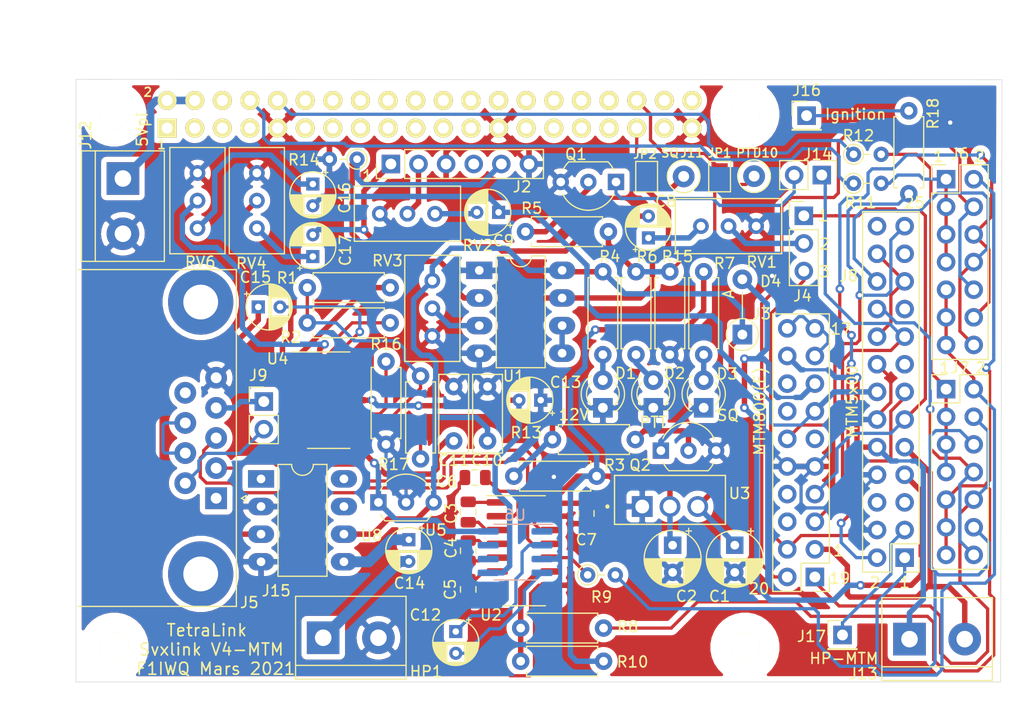
<source format=kicad_pcb>
(kicad_pcb (version 20171130) (host pcbnew "(5.1.8)-1")
  (title_block (date 16/08/2020) (rev V2))
  (layers (0 F.Cu signal) (31 B.Cu signal) (34 B.Paste user hide) (35 F.Paste user hide) (36 B.SilkS user) (37 F.SilkS user) (38 B.Mask user) (39 F.Mask user) (44 Edge.Cuts user))
  (net 0 "")
  (net 1 "Net-(D1-Pad2)")
  (net 2 GND)
  (net 3 "Net-(J1-Pad40)")
  (net 4 "Net-(J1-Pad38)")
  (net 5 "Net-(J1-Pad34)")
  (net 6 "Net-(J1-Pad33)")
  (net 7 "Net-(J1-Pad31)")
  (net 8 "Net-(J1-Pad30)")
  (net 9 "Net-(J1-Pad29)")
  (net 10 "Net-(J1-Pad28)")
  (net 11 "Net-(J1-Pad27)")
  (net 12 "Net-(J1-Pad26)")
  (net 13 "Net-(J1-Pad24)")
  (net 14 "Net-(J1-Pad23)")
  (net 15 "Net-(J1-Pad22)")
  (net 16 "Net-(J1-Pad20)")
  (net 17 "Net-(J1-Pad15)")
  (net 18 "Net-(J1-Pad14)")
  (net 19 "Net-(J1-Pad7)")
  (net 20 "Net-(J1-Pad5)")
  (net 21 "Net-(J1-Pad3)")
  (net 22 "Net-(J1-Pad1)")
  (net 23 "Net-(J2-Pad4)")
  (net 24 "Net-(J3-Pad6)")
  (net 25 "Net-(Q1-Pad2)")
  (net 26 "Net-(D2-Pad2)")
  (net 27 "Net-(D3-Pad2)")
  (net 28 "Net-(J1-Pad6)")
  (net 29 "Net-(U1-Pad5)")
  (net 30 +3V3)
  (net 31 "Net-(C3-Pad2)")
  (net 32 "Net-(C3-Pad1)")
  (net 33 "Net-(C4-Pad2)")
  (net 34 "Net-(C4-Pad1)")
  (net 35 "Net-(C5-Pad1)")
  (net 36 "Net-(C6-Pad1)")
  (net 37 "Net-(J1-Pad17)")
  (net 38 /SCICTS)
  (net 39 /TXAUDIO)
  (net 40 /EXTMICAUD)
  (net 41 /SCITXD)
  (net 42 /SCIRXD)
  (net 43 "Net-(J5-Pad9)")
  (net 44 /CTS)
  (net 45 /TXD)
  (net 46 /RXD)
  (net 47 "Net-(J5-Pad1)")
  (net 48 /1WIRE)
  (net 49 /MIC2)
  (net 50 /HOOK)
  (net 51 /UAR2RTS)
  (net 52 /EMERGENCY)
  (net 53 /IGNITION)
  (net 54 /ALARM)
  (net 55 "Net-(R9-Pad1)")
  (net 56 /RxAud)
  (net 57 /DSR)
  (net 58 /DTR)
  (net 59 /GPIO12)
  (net 60 /GPIO9)
  (net 61 /GPIO10)
  (net 62 /GPIO24)
  (net 63 /GPIO23)
  (net 64 /GPIO18)
  (net 65 /GPIO17)
  (net 66 /GPIO26)
  (net 67 /GPIO27)
  (net 68 "Net-(D3-Pad1)")
  (net 69 "Net-(Q2-Pad2)")
  (net 70 /GPIO19)
  (net 71 /GPIO16)
  (net 72 /HP+)
  (net 73 /HP-)
  (net 74 "Net-(RV3-Pad2)")
  (net 75 "Net-(J1-Pad2)")
  (net 76 /HOOK_)
  (net 77 /AudPaEn)
  (net 78 /EMERGENCY_)
  (net 79 /Feuille2/5V)
  (net 80 "Net-(C12-Pad2)")
  (net 81 "Net-(C12-Pad1)")
  (net 82 /Feuille2/-5V)
  (net 83 "Net-(C14-Pad2)")
  (net 84 "Net-(C14-Pad1)")
  (net 85 "Net-(R1-Pad2)")
  (net 86 "Net-(R2-Pad2)")
  (net 87 "Net-(U6-Pad7)")
  (net 88 "Net-(U6-Pad6)")
  (net 89 "Net-(U6-Pad1)")
  (net 90 "Net-(U8-Pad8)")
  (net 91 "Net-(U8-Pad7)")
  (net 92 "Net-(U8-Pad1)")
  (net 93 Hp_Son)
  (net 94 Mic_Son)
  (net 95 "Net-(RV4-Pad2)")
  (net 96 "Net-(RV6-Pad2)")
  (net 97 "Net-(U4-Pad14)")
  (net 98 "Net-(J14-Pad2)")
  (net 99 /RxDPi)
  (net 100 /TxDPi)
  (net 101 "Net-(J3-Pad8)")
  (net 102 "Net-(J4-Pad2)")
  (net 103 /TXDMax)
  (net 104 /RXDMax)
  (net 105 "Net-(U2-Pad7)")
  (net 106 /UART1RTS)
  (net 107 "Net-(U2-Pad9)")
  (net 108 12V)
  (net 109 /SWB+)
  (net 110 "Net-(J1-Pad8)")
  (net 111 "Net-(J1-Pad10)")
  (net 112 "Net-(R10-Pad1)")
  (net 113 "Net-(C15-Pad2)")
  (net 114 "Net-(C15-Pad1)")
  (net 115 "Net-(R1-Pad1)")
  (net 116 "Net-(R16-Pad2)")
  (net 117 "Net-(J16-Pad1)")
  (net 118 "Net-(C8-Pad1)")
  (net 119 "Net-(C9-Pad2)")
  (net 120 "Net-(C16-Pad1)")
  (net 121 "Net-(C17-Pad1)")
  (net 122 Squelch)
  (net 123 /UART2RXD)
  (net 124 /UART1RXD)
  (net 125 /UART2TXD)
  (net 126 /UART1TXD)
  (net 127 /KEYFAIL)
  (net 128 SQ3)
  (net 129 EXT_PTT)
  (net 130 CMD_PTT)
  (module Resistor_THT:R_Axial_DIN0207_L6.3mm_D2.5mm_P7.62mm_Horizontal (layer F.Cu) (at 87.122 101.727)
    (fp_text reference R10 (at 10.287 0.0635) (layer F.SilkS))
    (fp_text value 10k)
    (pad 2 thru_hole oval (at 7.62 0) (size 1.6 1.6) (drill 0.8) (layers *.Cu *.Mask) (net 30 +3V3))
    (pad 1 thru_hole circle (at 0 0) (size 1.6 1.6) (drill 0.8) (layers *.Cu *.Mask) (net 112 "Net-(R10-Pad1)"))
  )
  (module Resistor_THT:R_Axial_DIN0204_L3.6mm_D1.6mm_P2.54mm_Vertical (layer F.Cu) (at 93.2815 93.7895)
    (fp_text reference R9 (at 1.27 2.032) (layer F.SilkS))
    (fp_text value 1k)
    (pad 2 thru_hole oval (at 2.54 0) (size 1.4 1.4) (drill 0.7) (layers *.Cu *.Mask) (net 103 /TXDMax))
    (pad 1 thru_hole circle (at 0 0) (size 1.4 1.4) (drill 0.7) (layers *.Cu *.Mask) (net 55 "Net-(R9-Pad1)"))
  )
  (module Resistor_THT:R_Axial_DIN0207_L6.3mm_D2.5mm_P7.62mm_Horizontal (layer F.Cu) (at 87.122 98.679)
    (fp_text reference R8 (at 9.8425 -0.127) (layer F.SilkS))
    (fp_text value 1k)
    (pad 2 thru_hole oval (at 7.62 0) (size 1.6 1.6) (drill 0.8) (layers *.Cu *.Mask) (net 104 /RXDMax))
    (pad 1 thru_hole circle (at 0 0) (size 1.6 1.6) (drill 0.8) (layers *.Cu *.Mask) (net 112 "Net-(R10-Pad1)"))
  )
  (module Connector_PinHeader_2.54mm:PinHeader_1x01_P2.54mm_Vertical (layer F.Cu) (at 113.411 51.562)
    (fp_text reference J16 (at 0 -2.33) (layer F.SilkS))
    (fp_text value Conn_01x01)
    (pad 1 thru_hole rect (at 0 0) (size 1.7 1.7) (drill 1) (layers *.Cu *.Mask) (net 117 "Net-(J16-Pad1)"))
  )
  (module Connector_PinHeader_2.54mm:PinHeader_2x07_P2.54mm_Vertical (layer F.Cu) (at 126.238 76.708)
    (fp_text reference J7 (at 1.27 -1.9685) (layer F.SilkS))
    (fp_text value Conn_02x07_Odd_Even)
    (pad 14 thru_hole oval (at 2.54 15.24) (size 1.7 1.7) (drill 1) (layers *.Cu *.Mask) (net 125 /UART2TXD))
    (pad 13 thru_hole oval (at 0 15.24) (size 1.7 1.7) (drill 1) (layers *.Cu *.Mask) (net 104 /RXDMax))
    (pad 12 thru_hole oval (at 2.54 12.7) (size 1.7 1.7) (drill 1) (layers *.Cu *.Mask) (net 126 /UART1TXD))
    (pad 11 thru_hole oval (at 0 12.7) (size 1.7 1.7) (drill 1) (layers *.Cu *.Mask) (net 104 /RXDMax))
    (pad 10 thru_hole oval (at 2.54 10.16) (size 1.7 1.7) (drill 1) (layers *.Cu *.Mask) (net 42 /SCIRXD))
    (pad 9 thru_hole oval (at 0 10.16) (size 1.7 1.7) (drill 1) (layers *.Cu *.Mask) (net 104 /RXDMax))
    (pad 8 thru_hole oval (at 2.54 7.62) (size 1.7 1.7) (drill 1) (layers *.Cu *.Mask) (net 125 /UART2TXD))
    (pad 7 thru_hole oval (at 0 7.62) (size 1.7 1.7) (drill 1) (layers *.Cu *.Mask) (net 99 /RxDPi))
    (pad 6 thru_hole oval (at 2.54 5.08) (size 1.7 1.7) (drill 1) (layers *.Cu *.Mask) (net 126 /UART1TXD))
    (pad 5 thru_hole oval (at 0 5.08) (size 1.7 1.7) (drill 1) (layers *.Cu *.Mask) (net 99 /RxDPi))
    (pad 4 thru_hole oval (at 2.54 2.54) (size 1.7 1.7) (drill 1) (layers *.Cu *.Mask) (net 42 /SCIRXD))
    (pad 3 thru_hole oval (at 0 2.54) (size 1.7 1.7) (drill 1) (layers *.Cu *.Mask) (net 99 /RxDPi))
    (pad 2 thru_hole oval (at 2.54 0) (size 1.7 1.7) (drill 1) (layers *.Cu *.Mask) (net 103 /TXDMax))
    (pad 1 thru_hole rect (at 0 0) (size 1.7 1.7) (drill 1) (layers *.Cu *.Mask) (net 99 /RxDPi))
  )
  (module Connector_PinHeader_2.54mm:PinHeader_2x07_P2.54mm_Vertical (layer F.Cu) (at 126.238 57.404)
    (fp_text reference J6 (at 1.27 -2.33) (layer F.SilkS))
    (fp_text value Conn_02x07_Odd_Even)
    (pad 14 thru_hole oval (at 2.54 15.24) (size 1.7 1.7) (drill 1) (layers *.Cu *.Mask) (net 123 /UART2RXD))
    (pad 13 thru_hole oval (at 0 15.24) (size 1.7 1.7) (drill 1) (layers *.Cu *.Mask) (net 103 /TXDMax))
    (pad 12 thru_hole oval (at 2.54 12.7) (size 1.7 1.7) (drill 1) (layers *.Cu *.Mask) (net 124 /UART1RXD))
    (pad 11 thru_hole oval (at 0 12.7) (size 1.7 1.7) (drill 1) (layers *.Cu *.Mask) (net 103 /TXDMax))
    (pad 10 thru_hole oval (at 2.54 10.16) (size 1.7 1.7) (drill 1) (layers *.Cu *.Mask) (net 41 /SCITXD))
    (pad 9 thru_hole oval (at 0 10.16) (size 1.7 1.7) (drill 1) (layers *.Cu *.Mask) (net 103 /TXDMax))
    (pad 8 thru_hole oval (at 2.54 7.62) (size 1.7 1.7) (drill 1) (layers *.Cu *.Mask) (net 123 /UART2RXD))
    (pad 7 thru_hole oval (at 0 7.62) (size 1.7 1.7) (drill 1) (layers *.Cu *.Mask) (net 100 /TxDPi))
    (pad 6 thru_hole oval (at 2.54 5.08) (size 1.7 1.7) (drill 1) (layers *.Cu *.Mask) (net 124 /UART1RXD))
    (pad 5 thru_hole oval (at 0 5.08) (size 1.7 1.7) (drill 1) (layers *.Cu *.Mask) (net 100 /TxDPi))
    (pad 4 thru_hole oval (at 2.54 2.54) (size 1.7 1.7) (drill 1) (layers *.Cu *.Mask) (net 41 /SCITXD))
    (pad 3 thru_hole oval (at 0 2.54) (size 1.7 1.7) (drill 1) (layers *.Cu *.Mask) (net 100 /TxDPi))
    (pad 2 thru_hole oval (at 2.54 0) (size 1.7 1.7) (drill 1) (layers *.Cu *.Mask) (net 104 /RXDMax))
    (pad 1 thru_hole rect (at 0 0) (size 1.7 1.7) (drill 1) (layers *.Cu *.Mask) (net 100 /TxDPi))
  )
  (module Connector_PinHeader_2.54mm:PinHeader_1x01_P2.54mm_Vertical (layer F.Cu) (at 116.713 99.314)
    (fp_text reference J17 (at -2.8575 0.127) (layer F.SilkS))
    (fp_text value Conn_01x01_Male)
    (pad 1 thru_hole rect (at 0 0) (size 1.7 1.7) (drill 1) (layers *.Cu *.Mask) (net 106 /UART1RTS))
  )
  (module TestPoint:TestPoint_Loop_D2.50mm_Drill1.0mm (layer F.Cu) (at 108.585 57.1246)
    (fp_text reference J10 (at 1.143 -2.1336) (layer F.SilkS) (effects (font (size 0.8 0.8))))
    (fp_text value Conn_01x01)
    (pad 1 thru_hole circle (at 0 0) (size 2 2) (drill 1) (layers *.Cu *.Mask) (net 130 CMD_PTT))
  )
  (module Resistor_THT:R_Axial_DIN0204_L3.6mm_D1.6mm_P2.54mm_Vertical (layer F.Cu) (at 72.0725 55.5625 180)
    (fp_text reference R14 (at 4.8895 -0.0635) (layer F.SilkS))
    (fp_text value 100k)
    (pad 2 thru_hole oval (at 2.54 0 180) (size 1.4 1.4) (drill 0.7) (layers *.Cu *.Mask) (net 2 GND))
    (pad 1 thru_hole circle (at 0 0 180) (size 1.4 1.4) (drill 0.7) (layers *.Cu *.Mask) (net 122 Squelch))
  )
  (module Capacitor_THT:CP_Radial_D4.0mm_P2.00mm (layer F.Cu) (at 68.0085 64.516 90)
    (fp_text reference C17 (at 0.5715 2.9845 90) (layer F.SilkS))
    (fp_text value 1µF)
    (pad 2 thru_hole circle (at 2 0 90) (size 1.2 1.2) (drill 0.6) (layers *.Cu *.Mask) (net 93 Hp_Son))
    (pad 1 thru_hole rect (at 0 0 90) (size 1.2 1.2) (drill 0.6) (layers *.Cu *.Mask) (net 121 "Net-(C17-Pad1)"))
  )
  (module Capacitor_THT:CP_Radial_D4.0mm_P2.00mm (layer F.Cu) (at 68.0085 57.8485 270)
    (fp_text reference C16 (at 1.27 -2.921 270) (layer F.SilkS))
    (fp_text value 1µF)
    (pad 2 thru_hole circle (at 2 0 270) (size 1.2 1.2) (drill 0.6) (layers *.Cu *.Mask) (net 94 Mic_Son))
    (pad 1 thru_hole rect (at 0 0 270) (size 1.2 1.2) (drill 0.6) (layers *.Cu *.Mask) (net 120 "Net-(C16-Pad1)"))
  )
  (module Resistor_THT:R_Axial_DIN0207_L6.3mm_D2.5mm_P7.62mm_Horizontal (layer F.Cu) (at 122.809 51.1175 270)
    (fp_text reference R18 (at 0.254 -2.2225 90) (layer F.SilkS))
    (fp_text value 4,7k)
    (pad 2 thru_hole oval (at 7.62 0 270) (size 1.6 1.6) (drill 0.8) (layers *.Cu *.Mask) (net 53 /IGNITION))
    (pad 1 thru_hole circle (at 0 0 270) (size 1.6 1.6) (drill 0.8) (layers *.Cu *.Mask) (net 117 "Net-(J16-Pad1)"))
  )
  (module Resistor_THT:R_Axial_DIN0207_L6.3mm_D2.5mm_P7.62mm_Horizontal (layer F.Cu) (at 77.9145 83.1215 90)
    (fp_text reference R17 (at -0.508 -2.4765 180) (layer F.SilkS))
    (fp_text value 1,2k)
    (pad 2 thru_hole oval (at 7.62 0 90) (size 1.6 1.6) (drill 0.8) (layers *.Cu *.Mask) (net 115 "Net-(R1-Pad1)"))
    (pad 1 thru_hole circle (at 0 0 90) (size 1.6 1.6) (drill 0.8) (layers *.Cu *.Mask) (net 113 "Net-(C15-Pad2)"))
  )
  (module Resistor_THT:R_Axial_DIN0207_L6.3mm_D2.5mm_P7.62mm_Horizontal (layer F.Cu) (at 74.7395 81.788 90)
    (fp_text reference R16 (at 9.2075 0 180) (layer F.SilkS))
    (fp_text value 600)
    (pad 2 thru_hole oval (at 7.62 0 90) (size 1.6 1.6) (drill 0.8) (layers *.Cu *.Mask) (net 116 "Net-(R16-Pad2)"))
    (pad 1 thru_hole circle (at 0 0 90) (size 1.6 1.6) (drill 0.8) (layers *.Cu *.Mask) (net 2 GND))
  )
  (module Jumper:SolderJumper-2_P1.3mm_Open_TrianglePad1.0x1.5mm (layer F.Cu) (at 105.41 57.1616 90)
    (fp_text reference JP1 (at 2.1706 0 180) (layer F.SilkS) (effects (font (size 0.8 0.8))))
    (fp_text value Jumper_2_Bridged)
    (pad 1 smd custom (at -0.725 0 90) (size 0.3 0.3) (layers F.Cu F.Mask) (net 130 CMD_PTT) (options (clearance outline) (anchor rect)) (primitives (gr_poly (pts (xy -0.5 -0.75) (xy 0.5 -0.75) (xy 1 0) (xy 0.5 0.75) (xy -0.5 0.75)) (width 0))))
    (pad 2 smd custom (at 0.725 0 90) (size 0.3 0.3) (layers F.Cu F.Mask) (net 71 /GPIO16) (options (clearance outline) (anchor rect)) (primitives (gr_poly (pts (xy -0.65 -0.75) (xy 0.5 -0.75) (xy 0.5 0.75) (xy -0.65 0.75) (xy -0.15 0)) (width 0))))
  )
  (module Raspberry-Pi-3-library-for-kicad-master:raspberrypi2 (layer F.Cu) (at 78.74 51.435)
    (fp_text reference J1)
    (fp_text value Raspberry_Pi_2_3)
    (pad "" np_thru_hole circle (at 29 49) (size 2.75 2.75) (drill 2.75) (layers *.Cu *.Mask F.SilkS) (clearance 1.8))
    (pad "" np_thru_hole circle (at -29 49) (size 2.75 2.75) (drill 2.75) (layers *.Cu *.Mask F.SilkS) (clearance 1.8))
    (pad "" np_thru_hole circle (at 29 0) (size 2.75 2.75) (drill 2.75) (layers *.Cu *.Mask F.SilkS) (clearance 1.8))
    (pad "" np_thru_hole circle (at -29 0) (size 2.75 2.75) (drill 2.75) (layers *.Cu *.Mask F.SilkS) (clearance 1.6))
    (pad 39 thru_hole circle (at 24.13 1.27) (size 1.75 1.75) (drill 1.016) (layers *.Cu *.Mask F.SilkS) (net 2 GND))
    (pad 40 thru_hole circle (at 24.13 -1.27) (size 1.75 1.75) (drill 1.016) (layers *.Cu *.Mask F.SilkS) (net 3 "Net-(J1-Pad40)"))
    (pad 37 thru_hole circle (at 21.59 1.27) (size 1.75 1.75) (drill 1.016) (layers *.Cu *.Mask F.SilkS) (net 66 /GPIO26))
    (pad 38 thru_hole circle (at 21.59 -1.27) (size 1.75 1.75) (drill 1.016) (layers *.Cu *.Mask F.SilkS) (net 4 "Net-(J1-Pad38)"))
    (pad 35 thru_hole circle (at 19.05 1.27) (size 1.75 1.75) (drill 1.016) (layers *.Cu *.Mask F.SilkS) (net 70 /GPIO19))
    (pad 36 thru_hole circle (at 19.05 -1.27) (size 1.75 1.75) (drill 1.016) (layers *.Cu *.Mask F.SilkS) (net 71 /GPIO16))
    (pad 33 thru_hole circle (at 16.51 1.27) (size 1.75 1.75) (drill 1.016) (layers *.Cu *.Mask F.SilkS) (net 6 "Net-(J1-Pad33)"))
    (pad 34 thru_hole circle (at 16.51 -1.27) (size 1.75 1.75) (drill 1.016) (layers *.Cu *.Mask F.SilkS) (net 5 "Net-(J1-Pad34)"))
    (pad 31 thru_hole circle (at 13.97 1.27) (size 1.75 1.75) (drill 1.016) (layers *.Cu *.Mask F.SilkS) (net 7 "Net-(J1-Pad31)"))
    (pad 32 thru_hole circle (at 13.97 -1.27) (size 1.75 1.75) (drill 1.016) (layers *.Cu *.Mask F.SilkS) (net 59 /GPIO12))
    (pad 26 thru_hole circle (at 6.35 -1.27) (size 1.75 1.75) (drill 1.016) (layers *.Cu *.Mask F.SilkS) (net 12 "Net-(J1-Pad26)"))
    (pad 25 thru_hole circle (at 6.35 1.27) (size 1.75 1.75) (drill 1.016) (layers *.Cu *.Mask F.SilkS) (net 2 GND))
    (pad 22 thru_hole circle (at 1.27 -1.27) (size 1.75 1.75) (drill 1.016) (layers *.Cu *.Mask F.SilkS) (net 15 "Net-(J1-Pad22)"))
    (pad 21 thru_hole circle (at 1.27 1.27) (size 1.75 1.75) (drill 1.016) (layers *.Cu *.Mask F.SilkS) (net 60 /GPIO9))
    (pad 20 thru_hole circle (at -1.27 -1.27) (size 1.75 1.75) (drill 1.016) (layers *.Cu *.Mask F.SilkS) (net 16 "Net-(J1-Pad20)"))
    (pad 19 thru_hole circle (at -1.27 1.27) (size 1.75 1.75) (drill 1.016) (layers *.Cu *.Mask F.SilkS) (net 61 /GPIO10))
    (pad 18 thru_hole circle (at -3.81 -1.27) (size 1.75 1.75) (drill 1.016) (layers *.Cu *.Mask F.SilkS) (net 62 /GPIO24))
    (pad 17 thru_hole circle (at -3.81 1.27) (size 1.75 1.75) (drill 1.016) (layers *.Cu *.Mask F.SilkS) (net 37 "Net-(J1-Pad17)"))
    (pad 16 thru_hole circle (at -6.35 -1.27) (size 1.75 1.75) (drill 1.016) (layers *.Cu *.Mask F.SilkS) (net 63 /GPIO23))
    (pad 15 thru_hole circle (at -6.35 1.27) (size 1.75 1.75) (drill 1.016) (layers *.Cu *.Mask F.SilkS) (net 17 "Net-(J1-Pad15)"))
    (pad 14 thru_hole circle (at -8.89 -1.27) (size 1.75 1.75) (drill 1.016) (layers *.Cu *.Mask F.SilkS) (net 18 "Net-(J1-Pad14)"))
    (pad 13 thru_hole circle (at -8.89 1.27) (size 1.75 1.75) (drill 1.016) (layers *.Cu *.Mask F.SilkS) (net 67 /GPIO27))
    (pad 12 thru_hole circle (at -11.43 -1.27) (size 1.75 1.75) (drill 1.016) (layers *.Cu *.Mask F.SilkS) (net 64 /GPIO18))
    (pad 11 thru_hole circle (at -11.43 1.27) (size 1.75 1.75) (drill 1.016) (layers *.Cu *.Mask F.SilkS) (net 65 /GPIO17))
    (pad 10 thru_hole circle (at -13.97 -1.27) (size 1.75 1.75) (drill 1.016) (layers *.Cu *.Mask F.SilkS) (net 111 "Net-(J1-Pad10)"))
    (pad 9 thru_hole circle (at -13.97 1.27) (size 1.75 1.75) (drill 1.016) (layers *.Cu *.Mask F.SilkS) (net 2 GND))
    (pad 8 thru_hole circle (at -16.51 -1.27) (size 1.75 1.75) (drill 1.016) (layers *.Cu *.Mask F.SilkS) (net 110 "Net-(J1-Pad8)"))
    (pad 7 thru_hole circle (at -16.51 1.27) (size 1.75 1.75) (drill 1.016) (layers *.Cu *.Mask F.SilkS) (net 19 "Net-(J1-Pad7)"))
    (pad 6 thru_hole circle (at -19.05 -1.27) (size 1.75 1.75) (drill 1.016) (layers *.Cu *.Mask F.SilkS) (net 28 "Net-(J1-Pad6)"))
    (pad 5 thru_hole circle (at -19.05 1.27) (size 1.75 1.75) (drill 1.016) (layers *.Cu *.Mask F.SilkS) (net 20 "Net-(J1-Pad5)"))
    (pad 4 thru_hole circle (at -21.59 -1.27) (size 1.75 1.75) (drill 1.016) (layers *.Cu *.Mask F.SilkS) (net 75 "Net-(J1-Pad2)"))
    (pad 3 thru_hole circle (at -21.59 1.27) (size 1.75 1.75) (drill 1.016) (layers *.Cu *.Mask F.SilkS) (net 21 "Net-(J1-Pad3)"))
    (pad 2 thru_hole circle (at -24.13 -1.27) (size 1.75 1.75) (drill 1.016) (layers *.Cu *.Mask F.SilkS) (net 75 "Net-(J1-Pad2)"))
    (pad 1 thru_hole rect (at -24.13 1.27) (size 1.75 1.75) (drill 1.016) (layers *.Cu *.Mask F.SilkS) (net 22 "Net-(J1-Pad1)"))
    (pad 23 thru_hole circle (at 3.81 1.27) (size 1.75 1.75) (drill 1.016) (layers *.Cu *.Mask F.SilkS) (net 14 "Net-(J1-Pad23)"))
    (pad 24 thru_hole circle (at 3.81 -1.27) (size 1.75 1.75) (drill 1.016) (layers *.Cu *.Mask F.SilkS) (net 13 "Net-(J1-Pad24)"))
    (pad 30 thru_hole circle (at 11.43 -1.27) (size 1.75 1.75) (drill 1.016) (layers *.Cu *.Mask F.SilkS) (net 8 "Net-(J1-Pad30)"))
    (pad 29 thru_hole circle (at 11.43 1.27) (size 1.75 1.75) (drill 1.016) (layers *.Cu *.Mask F.SilkS) (net 9 "Net-(J1-Pad29)"))
    (pad 28 thru_hole circle (at 8.89 -1.27) (size 1.75 1.75) (drill 1.016) (layers *.Cu *.Mask F.SilkS) (net 10 "Net-(J1-Pad28)"))
    (pad 27 thru_hole circle (at 8.89 1.27) (size 1.75 1.75) (drill 1.016) (layers *.Cu *.Mask F.SilkS) (net 11 "Net-(J1-Pad27)"))
  )
  (module Capacitor_THT:CP_Radial_D4.0mm_P2.00mm (layer F.Cu) (at 62.992 69.1515)
    (fp_text reference C15 (at -0.254 -2.7305) (layer F.SilkS))
    (fp_text value 1µF)
    (pad 2 thru_hole circle (at 2 0) (size 1.2 1.2) (drill 0.6) (layers *.Cu *.Mask) (net 113 "Net-(C15-Pad2)"))
    (pad 1 thru_hole rect (at 0 0) (size 1.2 1.2) (drill 0.6) (layers *.Cu *.Mask) (net 114 "Net-(C15-Pad1)"))
  )
  (module Resistor_THT:R_Axial_DIN0207_L6.3mm_D2.5mm_P7.62mm_Horizontal (layer F.Cu) (at 100.838 73.533 90)
    (fp_text reference R15 (at 9.017 0.6985 180) (layer F.SilkS))
    (fp_text value 100k)
    (pad 2 thru_hole oval (at 7.62 0 90) (size 1.6 1.6) (drill 0.8) (layers *.Cu *.Mask) (net 130 CMD_PTT))
    (pad 1 thru_hole circle (at 0 0 90) (size 1.6 1.6) (drill 0.8) (layers *.Cu *.Mask) (net 2 GND))
  )
  (module Resistor_THT:R_Axial_DIN0204_L3.6mm_D1.6mm_P2.54mm_Vertical (layer F.Cu) (at 117.729 57.785)
    (fp_text reference R11 (at 0.635 1.778) (layer F.SilkS))
    (fp_text value 1k)
    (pad 2 thru_hole oval (at 2.54 0) (size 1.4 1.4) (drill 0.7) (layers *.Cu *.Mask) (net 100 /TxDPi))
    (pad 1 thru_hole circle (at 0 0) (size 1.4 1.4) (drill 0.7) (layers *.Cu *.Mask) (net 110 "Net-(J1-Pad8)"))
  )
  (module Resistor_THT:R_Axial_DIN0204_L3.6mm_D1.6mm_P2.54mm_Vertical (layer F.Cu) (at 117.729 55.118)
    (fp_text reference R12 (at 0.4445 -1.7145) (layer F.SilkS))
    (fp_text value 1k)
    (pad 2 thru_hole oval (at 2.54 0) (size 1.4 1.4) (drill 0.7) (layers *.Cu *.Mask) (net 99 /RxDPi))
    (pad 1 thru_hole circle (at 0 0) (size 1.4 1.4) (drill 0.7) (layers *.Cu *.Mask) (net 111 "Net-(J1-Pad10)"))
  )
  (module Diode_THT:D_A-405_P5.08mm_Vertical_AnodeUp (layer F.Cu) (at 107.5055 71.6915 90)
    (fp_text reference D4 (at 4.8895 2.6035 180) (layer F.SilkS))
    (fp_text value 1N4004)
    (fp_text user A (at 3.7465 -1.27 90) (layer F.SilkS))
    (pad 2 thru_hole oval (at 5.08 0 90) (size 1.8 1.8) (drill 0.9) (layers *.Cu *.Mask) (net 109 /SWB+))
    (pad 1 thru_hole rect (at 0 0 90) (size 1.8 1.8) (drill 0.9) (layers *.Cu *.Mask) (net 108 12V))
  )
  (module Connector_PinHeader_2.54mm:PinHeader_1x02_P2.54mm_Vertical (layer F.Cu) (at 63.5 77.851)
    (fp_text reference J9 (at -0.508 -2.413) (layer F.SilkS))
    (fp_text value Conn_01x02)
    (pad 2 thru_hole oval (at 0 2.54) (size 1.7 1.7) (drill 1) (layers *.Cu *.Mask) (net 57 /DSR))
    (pad 1 thru_hole rect (at 0 0) (size 1.7 1.7) (drill 1) (layers *.Cu *.Mask) (net 58 /DTR))
  )
  (module Connector_PinHeader_2.54mm:PinHeader_1x03_P2.54mm_Vertical (layer F.Cu) (at 113.157 60.7695)
    (fp_text reference J4 (at -0.127 7.366) (layer F.SilkS))
    (fp_text value Conn_01x03)
    (pad 3 thru_hole oval (at 0 5.08) (size 1.7 1.7) (drill 1) (layers *.Cu *.Mask) (net 40 /EXTMICAUD))
    (pad 2 thru_hole oval (at 0 2.54) (size 1.7 1.7) (drill 1) (layers *.Cu *.Mask) (net 102 "Net-(J4-Pad2)"))
    (pad 1 thru_hole rect (at 0 0) (size 1.7 1.7) (drill 1) (layers *.Cu *.Mask) (net 39 /TXAUDIO))
  )
  (module Connector_PinHeader_2.54mm:PinHeader_1x02_P2.54mm_Vertical (layer F.Cu) (at 114.808 57.023 270)
    (fp_text reference J14 (at -1.905 0.381 180) (layer F.SilkS))
    (fp_text value Conn_01x02)
    (pad 2 thru_hole oval (at 0 2.54 270) (size 1.7 1.7) (drill 1) (layers *.Cu *.Mask) (net 98 "Net-(J14-Pad2)"))
    (pad 1 thru_hole rect (at 0 0 270) (size 1.7 1.7) (drill 1) (layers *.Cu *.Mask) (net 129 EXT_PTT))
  )
  (module Package_SO:SOIC-14_3.9x8.7mm_P1.27mm (layer F.Cu) (at 69.469 77.724)
    (fp_text reference U4 (at -4.699 -3.81) (layer F.SilkS))
    (fp_text value TL074)
    (pad 14 smd roundrect (at 2.475 -3.81) (size 1.95 0.6) (layers F.Cu F.Paste F.Mask) (net 97 "Net-(U4-Pad14)"))
    (pad 13 smd roundrect (at 2.475 -2.54) (size 1.95 0.6) (layers F.Cu F.Paste F.Mask) (net 2 GND))
    (pad 12 smd roundrect (at 2.475 -1.27) (size 1.95 0.6) (layers F.Cu F.Paste F.Mask) (net 2 GND))
    (pad 11 smd roundrect (at 2.475 0) (size 1.95 0.6) (layers F.Cu F.Paste F.Mask) (net 82 /Feuille2/-5V))
    (pad 10 smd roundrect (at 2.475 1.27) (size 1.95 0.6) (layers F.Cu F.Paste F.Mask) (net 116 "Net-(R16-Pad2)"))
    (pad 9 smd roundrect (at 2.475 2.54) (size 1.95 0.6) (layers F.Cu F.Paste F.Mask) (net 115 "Net-(R1-Pad1)"))
    (pad 8 smd roundrect (at 2.475 3.81) (size 1.95 0.6) (layers F.Cu F.Paste F.Mask) (net 113 "Net-(C15-Pad2)"))
    (pad 7 smd roundrect (at -2.475 3.81) (size 1.95 0.6) (layers F.Cu F.Paste F.Mask) (net 86 "Net-(R2-Pad2)"))
    (pad 6 smd roundrect (at -2.475 2.54) (size 1.95 0.6) (layers F.Cu F.Paste F.Mask) (net 86 "Net-(R2-Pad2)"))
    (pad 5 smd roundrect (at -2.475 1.27) (size 1.95 0.6) (layers F.Cu F.Paste F.Mask) (net 96 "Net-(RV6-Pad2)"))
    (pad 4 smd roundrect (at -2.475 0) (size 1.95 0.6) (layers F.Cu F.Paste F.Mask) (net 79 /Feuille2/5V))
    (pad 3 smd roundrect (at -2.475 -1.27) (size 1.95 0.6) (layers F.Cu F.Paste F.Mask) (net 95 "Net-(RV4-Pad2)"))
    (pad 2 smd roundrect (at -2.475 -2.54) (size 1.95 0.6) (layers F.Cu F.Paste F.Mask) (net 85 "Net-(R1-Pad2)"))
    (pad 1 smd roundrect (at -2.475 -3.81) (size 1.95 0.6) (layers F.Cu F.Paste F.Mask) (net 85 "Net-(R1-Pad2)"))
  )
  (module Connector_Dsub:DSUB-9_Female_Horizontal_P2.77x2.84mm_EdgePinOffset9.90mm_Housed_MountingHolesOffset11.32mm (layer F.Cu) (at 59.1185 86.741 270)
    (fp_text reference J5 (at 9.5885 -3.048 180) (layer F.SilkS))
    (fp_text value DB9_Female)
    (pad 0 thru_hole circle (at 6.96 1.42 270) (size 6 6) (drill 3.2) (layers *.Cu *.Mask))
    (pad 0 thru_hole circle (at -18.04 1.42 270) (size 6 6) (drill 3.2) (layers *.Cu *.Mask))
    (pad 9 thru_hole circle (at -9.695 2.84 270) (size 2 2) (drill 1) (layers *.Cu *.Mask) (net 43 "Net-(J5-Pad9)"))
    (pad 8 thru_hole circle (at -6.925 2.84 270) (size 2 2) (drill 1) (layers *.Cu *.Mask) (net 44 /CTS))
    (pad 7 thru_hole circle (at -4.155 2.84 270) (size 2 2) (drill 1) (layers *.Cu *.Mask) (net 44 /CTS))
    (pad 6 thru_hole circle (at -1.385 2.84 270) (size 2 2) (drill 1) (layers *.Cu *.Mask) (net 57 /DSR))
    (pad 5 thru_hole circle (at -11.08 0 270) (size 2 2) (drill 1) (layers *.Cu *.Mask) (net 2 GND))
    (pad 4 thru_hole circle (at -8.31 0 270) (size 2 2) (drill 1) (layers *.Cu *.Mask) (net 58 /DTR))
    (pad 3 thru_hole circle (at -5.54 0 270) (size 2 2) (drill 1) (layers *.Cu *.Mask) (net 45 /TXD))
    (pad 2 thru_hole circle (at -2.77 0 270) (size 2 2) (drill 1) (layers *.Cu *.Mask) (net 46 /RXD))
    (pad 1 thru_hole rect (at 0 0 270) (size 2 2) (drill 1) (layers *.Cu *.Mask) (net 47 "Net-(J5-Pad1)"))
  )
  (module Package_SO:SOIC-8_3.9x4.9mm_P1.27mm (layer B.Cu) (at 86.614 91.694 180)
    (fp_text reference U6 (at 0 3.4) (layer B.SilkS) (effects (justify mirror)))
    (fp_text value LMC7660)
    (pad 8 smd roundrect (at 2.475 1.905 180) (size 1.95 0.6) (layers B.Cu B.Paste B.Mask) (net 79 /Feuille2/5V))
    (pad 7 smd roundrect (at 2.475 0.635 180) (size 1.95 0.6) (layers B.Cu B.Paste B.Mask) (net 87 "Net-(U6-Pad7)"))
    (pad 6 smd roundrect (at 2.475 -0.635 180) (size 1.95 0.6) (layers B.Cu B.Paste B.Mask) (net 88 "Net-(U6-Pad6)"))
    (pad 5 smd roundrect (at 2.475 -1.905 180) (size 1.95 0.6) (layers B.Cu B.Paste B.Mask) (net 82 /Feuille2/-5V))
    (pad 4 smd roundrect (at -2.475 -1.905 180) (size 1.95 0.6) (layers B.Cu B.Paste B.Mask) (net 80 "Net-(C12-Pad2)"))
    (pad 3 smd roundrect (at -2.475 -0.635 180) (size 1.95 0.6) (layers B.Cu B.Paste B.Mask) (net 2 GND))
    (pad 2 smd roundrect (at -2.475 0.635 180) (size 1.95 0.6) (layers B.Cu B.Paste B.Mask) (net 81 "Net-(C12-Pad1)"))
    (pad 1 smd roundrect (at -2.475 1.905 180) (size 1.95 0.6) (layers B.Cu B.Paste B.Mask) (net 89 "Net-(U6-Pad1)"))
  )
  (module Package_TO_SOT_THT:TO-92L_Inline_Wide (layer F.Cu) (at 74.041 87.122)
    (fp_text reference U5 (at 5.2705 2.54) (layer F.SilkS))
    (fp_text value L78L05_TO92)
    (pad 1 thru_hole rect (at 0 0 90) (size 1.5 1.5) (drill 0.8) (layers *.Cu *.Mask) (net 79 /Feuille2/5V))
    (pad 3 thru_hole circle (at 5.08 0 90) (size 1.5 1.5) (drill 0.8) (layers *.Cu *.Mask) (net 108 12V))
    (pad 2 thru_hole circle (at 2.54 0 90) (size 1.5 1.5) (drill 0.8) (layers *.Cu *.Mask) (net 2 GND))
  )
  (module Potentiometer_THT:Potentiometer_Bourns_3296W_Vertical (layer F.Cu) (at 57.404 61.9125 270)
    (fp_text reference RV6 (at 3.1115 -0.254 180) (layer F.SilkS))
    (fp_text value 47K)
    (pad 3 thru_hole circle (at -5.08 0 270) (size 1.44 1.44) (drill 0.8) (layers *.Cu *.Mask) (net 2 GND))
    (pad 2 thru_hole circle (at -2.54 0 270) (size 1.44 1.44) (drill 0.8) (layers *.Cu *.Mask) (net 96 "Net-(RV6-Pad2)"))
    (pad 1 thru_hole circle (at 0 0 270) (size 1.44 1.44) (drill 0.8) (layers *.Cu *.Mask) (net 120 "Net-(C16-Pad1)"))
  )
  (module Potentiometer_THT:Potentiometer_Bourns_3296W_Vertical (layer F.Cu) (at 62.865 61.9125 270)
    (fp_text reference RV4 (at 3.2385 0.508) (layer F.SilkS))
    (fp_text value 47K)
    (pad 3 thru_hole circle (at -5.08 0 270) (size 1.44 1.44) (drill 0.8) (layers *.Cu *.Mask) (net 2 GND))
    (pad 2 thru_hole circle (at -2.54 0 270) (size 1.44 1.44) (drill 0.8) (layers *.Cu *.Mask) (net 95 "Net-(RV4-Pad2)"))
    (pad 1 thru_hole circle (at 0 0 270) (size 1.44 1.44) (drill 0.8) (layers *.Cu *.Mask) (net 121 "Net-(C17-Pad1)"))
  )
  (module Package_DIP:DIP-8_W7.62mm_LongPads (layer F.Cu) (at 63.246 84.963)
    (fp_text reference U8 (at 10.16 5.207) (layer F.SilkS))
    (fp_text value LM386)
    (pad 8 thru_hole oval (at 7.62 0) (size 2.4 1.6) (drill 0.8) (layers *.Cu *.Mask) (net 90 "Net-(U8-Pad8)"))
    (pad 4 thru_hole oval (at 0 7.62) (size 2.4 1.6) (drill 0.8) (layers *.Cu *.Mask) (net 2 GND))
    (pad 7 thru_hole oval (at 7.62 2.54) (size 2.4 1.6) (drill 0.8) (layers *.Cu *.Mask) (net 91 "Net-(U8-Pad7)"))
    (pad 3 thru_hole oval (at 0 5.08) (size 2.4 1.6) (drill 0.8) (layers *.Cu *.Mask) (net 114 "Net-(C15-Pad1)"))
    (pad 6 thru_hole oval (at 7.62 5.08) (size 2.4 1.6) (drill 0.8) (layers *.Cu *.Mask) (net 108 12V))
    (pad 2 thru_hole oval (at 0 2.54) (size 2.4 1.6) (drill 0.8) (layers *.Cu *.Mask) (net 2 GND))
    (pad 5 thru_hole oval (at 7.62 7.62) (size 2.4 1.6) (drill 0.8) (layers *.Cu *.Mask) (net 84 "Net-(C14-Pad1)"))
    (pad 1 thru_hole rect (at 0 0) (size 2.4 1.6) (drill 0.8) (layers *.Cu *.Mask) (net 92 "Net-(U8-Pad1)"))
  )
  (module Resistor_THT:R_Axial_DIN0207_L6.3mm_D2.5mm_P7.62mm_Horizontal (layer F.Cu) (at 67.5005 70.612)
    (fp_text reference R2 (at -1.524 1.3335) (layer F.SilkS))
    (fp_text value 1,2k)
    (pad 2 thru_hole oval (at 7.62 0) (size 1.6 1.6) (drill 0.8) (layers *.Cu *.Mask) (net 86 "Net-(R2-Pad2)"))
    (pad 1 thru_hole circle (at 0 0) (size 1.6 1.6) (drill 0.8) (layers *.Cu *.Mask) (net 115 "Net-(R1-Pad1)"))
  )
  (module Resistor_THT:R_Axial_DIN0207_L6.3mm_D2.5mm_P7.62mm_Horizontal (layer F.Cu) (at 67.5005 67.3735)
    (fp_text reference R1 (at -1.8415 -0.889 180) (layer F.SilkS))
    (fp_text value 1,2k)
    (pad 2 thru_hole oval (at 7.62 0) (size 1.6 1.6) (drill 0.8) (layers *.Cu *.Mask) (net 85 "Net-(R1-Pad2)"))
    (pad 1 thru_hole circle (at 0 0) (size 1.6 1.6) (drill 0.8) (layers *.Cu *.Mask) (net 115 "Net-(R1-Pad1)"))
  )
  (module TerminalBlock:TerminalBlock_bornier-2_P5.08mm (layer F.Cu) (at 68.961 99.568)
    (fp_text reference J15 (at -4.318 -4.318) (layer F.SilkS))
    (fp_text value Screw_Terminal_01x02)
    (pad 2 thru_hole circle (at 5.08 0) (size 3 3) (drill 1.52) (layers *.Cu *.Mask) (net 2 GND))
    (pad 1 thru_hole rect (at 0 0) (size 3 3) (drill 1.52) (layers *.Cu *.Mask) (net 83 "Net-(C14-Pad2)"))
  )
  (module Capacitor_THT:CP_Radial_D4.0mm_P2.00mm (layer F.Cu) (at 76.835 90.551 270)
    (fp_text reference C14 (at 4.0005 -0.0635 180) (layer F.SilkS))
    (fp_text value 4,7µF)
    (pad 2 thru_hole circle (at 2 0 270) (size 1.2 1.2) (drill 0.6) (layers *.Cu *.Mask) (net 83 "Net-(C14-Pad2)"))
    (pad 1 thru_hole rect (at 0 0 270) (size 1.2 1.2) (drill 0.6) (layers *.Cu *.Mask) (net 84 "Net-(C14-Pad1)"))
  )
  (module Capacitor_THT:CP_Radial_D4.0mm_P2.00mm (layer F.Cu) (at 88.9635 77.724 180)
    (fp_text reference C13 (at -2.286 1.651) (layer F.SilkS))
    (fp_text value 10µF)
    (pad 2 thru_hole circle (at 2 0 180) (size 1.2 1.2) (drill 0.6) (layers *.Cu *.Mask) (net 82 /Feuille2/-5V))
    (pad 1 thru_hole rect (at 0 0 180) (size 1.2 1.2) (drill 0.6) (layers *.Cu *.Mask) (net 2 GND))
  )
  (module Capacitor_THT:CP_Radial_D4.0mm_P2.00mm (layer F.Cu) (at 81.153 98.9965 270)
    (fp_text reference C12 (at -1.524 2.794 180) (layer F.SilkS))
    (fp_text value 10µF)
    (pad 2 thru_hole circle (at 2 0 270) (size 1.2 1.2) (drill 0.6) (layers *.Cu *.Mask) (net 80 "Net-(C12-Pad2)"))
    (pad 1 thru_hole rect (at 0 0 270) (size 1.2 1.2) (drill 0.6) (layers *.Cu *.Mask) (net 81 "Net-(C12-Pad1)"))
  )
  (module Capacitor_THT:C_Rect_L7.0mm_W2.5mm_P5.00mm (layer F.Cu) (at 80.9625 81.4705 90)
    (fp_text reference C11 (at -1.778 0) (layer F.SilkS))
    (fp_text value 100nF)
    (pad 2 thru_hole circle (at 5 0 90) (size 1.6 1.6) (drill 0.8) (layers *.Cu *.Mask) (net 2 GND))
    (pad 1 thru_hole circle (at 0 0 90) (size 1.6 1.6) (drill 0.8) (layers *.Cu *.Mask) (net 79 /Feuille2/5V))
  )
  (module Capacitor_THT:C_Rect_L7.0mm_W2.5mm_P5.00mm (layer F.Cu) (at 84.074 81.4705 90)
    (fp_text reference C10 (at -1.778 -0.0635 180) (layer F.SilkS))
    (fp_text value 100nF)
    (pad 2 thru_hole circle (at 5 0 90) (size 1.6 1.6) (drill 0.8) (layers *.Cu *.Mask) (net 2 GND))
    (pad 1 thru_hole circle (at 0 0 90) (size 1.6 1.6) (drill 0.8) (layers *.Cu *.Mask) (net 108 12V))
  )
  (module TerminalBlock:TerminalBlock_bornier-2_P5.08mm (layer F.Cu) (at 50.546 57.3405 270)
    (fp_text reference J12 (at -4.0005 3.429 270) (layer F.SilkS))
    (fp_text value Screw_Terminal_01x02)
    (pad 2 thru_hole circle (at 5.08 0 270) (size 3 3) (drill 1.52) (layers *.Cu *.Mask) (net 2 GND))
    (pad 1 thru_hole rect (at 0 0 270) (size 3 3) (drill 1.52) (layers *.Cu *.Mask) (net 75 "Net-(J1-Pad2)"))
  )
  (module Resistor_THT:R_Axial_DIN0207_L6.3mm_D2.5mm_P7.62mm_Horizontal (layer F.Cu) (at 90.043 81.3435)
    (fp_text reference R13 (at -2.413 -0.635) (layer F.SilkS))
    (fp_text value 47k)
    (pad 2 thru_hole oval (at 7.62 0) (size 1.6 1.6) (drill 0.8) (layers *.Cu *.Mask) (net 69 "Net-(Q2-Pad2)"))
    (pad 1 thru_hole circle (at 0 0) (size 1.6 1.6) (drill 0.8) (layers *.Cu *.Mask) (net 128 SQ3))
  )
  (module TerminalBlock:TerminalBlock_bornier-2_P5.08mm (layer F.Cu) (at 122.8725 99.695)
    (fp_text reference J13 (at -4.2545 3.175) (layer F.SilkS))
    (fp_text value Screw_Terminal_01x02)
    (pad 2 thru_hole circle (at 5.08 0) (size 3 3) (drill 1.52) (layers *.Cu *.Mask) (net 73 /HP-))
    (pad 1 thru_hole rect (at 0 0) (size 3 3) (drill 1.52) (layers *.Cu *.Mask) (net 72 /HP+))
  )
  (module Connector_PinHeader_2.54mm:PinHeader_2x13_P2.54mm_Vertical (layer F.Cu) (at 122.428 92.202 180)
    (fp_text reference J8 (at 5.1435 25.908) (layer F.SilkS))
    (fp_text value Conn_02x13_Odd_Even)
    (pad 26 thru_hole oval (at 2.54 30.48 180) (size 1.7 1.7) (drill 1) (layers *.Cu *.Mask) (net 54 /ALARM))
    (pad 25 thru_hole oval (at 0 30.48 180) (size 1.7 1.7) (drill 1) (layers *.Cu *.Mask) (net 53 /IGNITION))
    (pad 24 thru_hole oval (at 2.54 27.94 180) (size 1.7 1.7) (drill 1) (layers *.Cu *.Mask) (net 51 /UAR2RTS))
    (pad 23 thru_hole oval (at 0 27.94 180) (size 1.7 1.7) (drill 1) (layers *.Cu *.Mask) (net 52 /EMERGENCY))
    (pad 22 thru_hole oval (at 2.54 25.4 180) (size 1.7 1.7) (drill 1) (layers *.Cu *.Mask) (net 123 /UART2RXD))
    (pad 21 thru_hole oval (at 0 25.4 180) (size 1.7 1.7) (drill 1) (layers *.Cu *.Mask) (net 51 /UAR2RTS))
    (pad 20 thru_hole oval (at 2.54 22.86 180) (size 1.7 1.7) (drill 1) (layers *.Cu *.Mask) (net 125 /UART2TXD))
    (pad 19 thru_hole oval (at 0 22.86 180) (size 1.7 1.7) (drill 1) (layers *.Cu *.Mask) (net 50 /HOOK))
    (pad 18 thru_hole oval (at 2.54 20.32 180) (size 1.7 1.7) (drill 1) (layers *.Cu *.Mask) (net 51 /UAR2RTS))
    (pad 17 thru_hole oval (at 0 20.32 180) (size 1.7 1.7) (drill 1) (layers *.Cu *.Mask) (net 129 EXT_PTT))
    (pad 16 thru_hole oval (at 2.54 17.78 180) (size 1.7 1.7) (drill 1) (layers *.Cu *.Mask) (net 2 GND))
    (pad 15 thru_hole oval (at 0 17.78 180) (size 1.7 1.7) (drill 1) (layers *.Cu *.Mask) (net 49 /MIC2))
    (pad 14 thru_hole oval (at 2.54 15.24 180) (size 1.7 1.7) (drill 1) (layers *.Cu *.Mask) (net 94 Mic_Son))
    (pad 13 thru_hole oval (at 0 15.24 180) (size 1.7 1.7) (drill 1) (layers *.Cu *.Mask) (net 40 /EXTMICAUD))
    (pad 12 thru_hole oval (at 2.54 12.7 180) (size 1.7 1.7) (drill 1) (layers *.Cu *.Mask) (net 2 GND))
    (pad 11 thru_hole oval (at 0 12.7 180) (size 1.7 1.7) (drill 1) (layers *.Cu *.Mask) (net 39 /TXAUDIO))
    (pad 10 thru_hole oval (at 2.54 10.16 180) (size 1.7 1.7) (drill 1) (layers *.Cu *.Mask) (net 72 /HP+))
    (pad 9 thru_hole oval (at 0 10.16 180) (size 1.7 1.7) (drill 1) (layers *.Cu *.Mask) (net 73 /HP-))
    (pad 8 thru_hole oval (at 2.54 7.62 180) (size 1.7 1.7) (drill 1) (layers *.Cu *.Mask) (net 2 GND))
    (pad 7 thru_hole oval (at 0 7.62 180) (size 1.7 1.7) (drill 1) (layers *.Cu *.Mask) (net 109 /SWB+))
    (pad 6 thru_hole oval (at 2.54 5.08 180) (size 1.7 1.7) (drill 1) (layers *.Cu *.Mask) (net 127 /KEYFAIL))
    (pad 5 thru_hole oval (at 0 5.08 180) (size 1.7 1.7) (drill 1) (layers *.Cu *.Mask) (net 48 /1WIRE))
    (pad 4 thru_hole oval (at 2.54 2.54 180) (size 1.7 1.7) (drill 1) (layers *.Cu *.Mask) (net 2 GND))
    (pad 3 thru_hole oval (at 0 2.54 180) (size 1.7 1.7) (drill 1) (layers *.Cu *.Mask) (net 106 /UART1RTS))
    (pad 2 thru_hole oval (at 2.54 0 180) (size 1.7 1.7) (drill 1) (layers *.Cu *.Mask) (net 124 /UART1RXD))
    (pad 1 thru_hole rect (at 0 0 180) (size 1.7 1.7) (drill 1) (layers *.Cu *.Mask) (net 126 /UART1TXD))
  )
  (module Capacitor_THT:CP_Radial_D4.0mm_P2.00mm (layer F.Cu) (at 85.09 60.452 180)
    (fp_text reference C9 (at -0.4445 -2.6035) (layer F.SilkS))
    (fp_text value 1µF)
    (pad 2 thru_hole circle (at 2 0 180) (size 1.2 1.2) (drill 0.6) (layers *.Cu *.Mask) (net 119 "Net-(C9-Pad2)"))
    (pad 1 thru_hole rect (at 0 0 180) (size 1.2 1.2) (drill 0.6) (layers *.Cu *.Mask) (net 94 Mic_Son))
  )
  (module Capacitor_THT:CP_Radial_D4.0mm_P2.00mm (layer F.Cu) (at 98.8695 62.8015 90)
    (fp_text reference C8 (at 3.3655 1.5875 180) (layer F.SilkS))
    (fp_text value 1µF)
    (pad 2 thru_hole circle (at 2 0 90) (size 1.2 1.2) (drill 0.6) (layers *.Cu *.Mask) (net 93 Hp_Son))
    (pad 1 thru_hole rect (at 0 0 90) (size 1.2 1.2) (drill 0.6) (layers *.Cu *.Mask) (net 118 "Net-(C8-Pad1)"))
  )
  (module Jumper:SolderJumper-2_P1.3mm_Open_TrianglePad1.0x1.5mm (layer F.Cu) (at 98.7044 57.1754 90)
    (fp_text reference JP2 (at 2.0712 -0.1524 180) (layer F.SilkS) (effects (font (size 0.8 0.8))))
    (fp_text value Jumper_2_Bridged)
    (pad 1 smd custom (at -0.725 0 90) (size 0.3 0.3) (layers F.Cu F.Mask) (net 128 SQ3) (options (clearance outline) (anchor rect)) (primitives (gr_poly (pts (xy -0.5 -0.75) (xy 0.5 -0.75) (xy 1 0) (xy 0.5 0.75) (xy -0.5 0.75)) (width 0))))
    (pad 2 smd custom (at 0.725 0 90) (size 0.3 0.3) (layers F.Cu F.Mask) (net 70 /GPIO19) (options (clearance outline) (anchor rect)) (primitives (gr_poly (pts (xy -0.65 -0.75) (xy 0.5 -0.75) (xy 0.5 0.75) (xy -0.65 0.75) (xy -0.15 0)) (width 0))))
  )
  (module Resistor_THT:R_Axial_DIN0207_L6.3mm_D2.5mm_P7.62mm_Horizontal (layer F.Cu) (at 103.9495 73.533 90)
    (fp_text reference R7 (at 8.382 1.905 180) (layer F.SilkS))
    (fp_text value 330)
    (pad 2 thru_hole oval (at 7.62 0 90) (size 1.6 1.6) (drill 0.8) (layers *.Cu *.Mask) (net 30 +3V3))
    (pad 1 thru_hole circle (at 0 0 90) (size 1.6 1.6) (drill 0.8) (layers *.Cu *.Mask) (net 27 "Net-(D3-Pad2)"))
  )
  (module Package_TO_SOT_THT:TO-92_Inline_Wide (layer F.Cu) (at 100.0125 82.3595)
    (fp_text reference Q2 (at -1.905 1.3335) (layer F.SilkS))
    (fp_text value BC548)
    (pad 1 thru_hole rect (at 0 0 90) (size 1.5 1.5) (drill 0.8) (layers *.Cu *.Mask) (net 68 "Net-(D3-Pad1)"))
    (pad 3 thru_hole circle (at 5.08 0 90) (size 1.5 1.5) (drill 0.8) (layers *.Cu *.Mask) (net 2 GND))
    (pad 2 thru_hole circle (at 2.54 0 90) (size 1.5 1.5) (drill 0.8) (layers *.Cu *.Mask) (net 69 "Net-(Q2-Pad2)"))
  )
  (module Capacitor_SMD:C_0805_2012Metric (layer F.Cu) (at 93.1545 88.138 270)
    (fp_text reference C7 (at 2.413 0 180) (layer F.SilkS))
    (fp_text value 100nF)
    (pad 2 smd roundrect (at 0.9375 0 270) (size 0.975 1.4) (layers F.Cu F.Paste F.Mask) (net 2 GND))
    (pad 1 smd roundrect (at -0.9375 0 270) (size 0.975 1.4) (layers F.Cu F.Paste F.Mask) (net 30 +3V3))
  )
  (module TestPoint:TestPoint_Loop_D2.50mm_Drill1.0mm (layer F.Cu) (at 102.108 57.15)
    (fp_text reference J11 (at 0.762 -2.159) (layer F.SilkS) (effects (font (size 0.8 0.8))))
    (fp_text value Conn_01x01)
    (pad 1 thru_hole circle (at 0 0) (size 2 2) (drill 1) (layers *.Cu *.Mask) (net 128 SQ3))
  )
  (module Connector_PinHeader_2.54mm:PinHeader_2x10_P2.54mm_Vertical (layer F.Cu) (at 114.173 93.98 180)
    (fp_text reference J3 (at 4.8895 24.1935) (layer F.SilkS))
    (fp_text value Conn_02x10_Odd_Even)
    (pad 20 thru_hole oval (at 2.54 22.86 180) (size 1.7 1.7) (drill 1) (layers *.Cu *.Mask) (net 38 /SCICTS))
    (pad 19 thru_hole oval (at 0 22.86 180) (size 1.7 1.7) (drill 1) (layers *.Cu *.Mask) (net 38 /SCICTS))
    (pad 18 thru_hole oval (at 2.54 20.32 180) (size 1.7 1.7) (drill 1) (layers *.Cu *.Mask) (net 72 /HP+))
    (pad 17 thru_hole oval (at 0 20.32 180) (size 1.7 1.7) (drill 1) (layers *.Cu *.Mask) (net 38 /SCICTS))
    (pad 16 thru_hole oval (at 2.54 17.78 180) (size 1.7 1.7) (drill 1) (layers *.Cu *.Mask) (net 76 /HOOK_))
    (pad 15 thru_hole oval (at 0 17.78 180) (size 1.7 1.7) (drill 1) (layers *.Cu *.Mask) (net 109 /SWB+))
    (pad 14 thru_hole oval (at 2.54 15.24 180) (size 1.7 1.7) (drill 1) (layers *.Cu *.Mask) (net 77 /AudPaEn))
    (pad 13 thru_hole oval (at 0 15.24 180) (size 1.7 1.7) (drill 1) (layers *.Cu *.Mask) (net 94 Mic_Son))
    (pad 12 thru_hole oval (at 2.54 12.7 180) (size 1.7 1.7) (drill 1) (layers *.Cu *.Mask) (net 53 /IGNITION))
    (pad 11 thru_hole oval (at 0 12.7 180) (size 1.7 1.7) (drill 1) (layers *.Cu *.Mask) (net 78 /EMERGENCY_))
    (pad 10 thru_hole oval (at 2.54 10.16 180) (size 1.7 1.7) (drill 1) (layers *.Cu *.Mask) (net 2 GND))
    (pad 9 thru_hole oval (at 0 10.16 180) (size 1.7 1.7) (drill 1) (layers *.Cu *.Mask) (net 2 GND))
    (pad 8 thru_hole oval (at 2.54 7.62 180) (size 1.7 1.7) (drill 1) (layers *.Cu *.Mask) (net 101 "Net-(J3-Pad8)"))
    (pad 7 thru_hole oval (at 0 7.62 180) (size 1.7 1.7) (drill 1) (layers *.Cu *.Mask) (net 39 /TXAUDIO))
    (pad 6 thru_hole oval (at 2.54 5.08 180) (size 1.7 1.7) (drill 1) (layers *.Cu *.Mask) (net 24 "Net-(J3-Pad6)"))
    (pad 5 thru_hole oval (at 0 5.08 180) (size 1.7 1.7) (drill 1) (layers *.Cu *.Mask) (net 129 EXT_PTT))
    (pad 4 thru_hole oval (at 2.54 2.54 180) (size 1.7 1.7) (drill 1) (layers *.Cu *.Mask) (net 40 /EXTMICAUD))
    (pad 3 thru_hole oval (at 0 2.54 180) (size 1.7 1.7) (drill 1) (layers *.Cu *.Mask) (net 73 /HP-))
    (pad 2 thru_hole oval (at 2.54 0 180) (size 1.7 1.7) (drill 1) (layers *.Cu *.Mask) (net 41 /SCITXD))
    (pad 1 thru_hole rect (at 0 0 180) (size 1.7 1.7) (drill 1) (layers *.Cu *.Mask) (net 42 /SCIRXD))
  )
  (module Package_TO_SOT_THT:TO255P1020X450X1968-3 (layer F.Cu) (at 98.298 87.503)
    (fp_text reference U3 (at 8.9535 -1.2065) (layer F.SilkS))
    (fp_text value LD1117AV33)
    (pad 1 thru_hole rect (at 0 0) (size 1.91 1.91) (drill 1.27) (layers *.Cu *.Mask) (net 2 GND))
    (pad 2 thru_hole circle (at 2.55 0) (size 1.91 1.91) (drill 1.27) (layers *.Cu *.Mask) (net 30 +3V3))
    (pad 3 thru_hole circle (at 5.1 0) (size 1.91 1.91) (drill 1.27) (layers *.Cu *.Mask) (net 108 12V))
  )
  (module Package_SO:SOIC-16_3.9x9.9mm_P1.27mm (layer F.Cu) (at 87.441 91.567)
    (fp_text reference U2 (at -3.0495 5.9055) (layer F.SilkS))
    (fp_text value ST3232)
    (pad 16 smd roundrect (at 2.475 -4.445) (size 1.95 0.6) (layers F.Cu F.Paste F.Mask) (net 30 +3V3))
    (pad 15 smd roundrect (at 2.475 -3.175) (size 1.95 0.6) (layers F.Cu F.Paste F.Mask) (net 2 GND))
    (pad 14 smd roundrect (at 2.475 -1.905) (size 1.95 0.6) (layers F.Cu F.Paste F.Mask) (net 46 /RXD))
    (pad 13 smd roundrect (at 2.475 -0.635) (size 1.95 0.6) (layers F.Cu F.Paste F.Mask) (net 45 /TXD))
    (pad 12 smd roundrect (at 2.475 0.635) (size 1.95 0.6) (layers F.Cu F.Paste F.Mask) (net 55 "Net-(R9-Pad1)"))
    (pad 11 smd roundrect (at 2.475 1.905) (size 1.95 0.6) (layers F.Cu F.Paste F.Mask) (net 112 "Net-(R10-Pad1)"))
    (pad 10 smd roundrect (at 2.475 3.175) (size 1.95 0.6) (layers F.Cu F.Paste F.Mask) (net 2 GND))
    (pad 9 smd roundrect (at 2.475 4.445) (size 1.95 0.6) (layers F.Cu F.Paste F.Mask) (net 107 "Net-(U2-Pad9)"))
    (pad 8 smd roundrect (at -2.475 4.445) (size 1.95 0.6) (layers F.Cu F.Paste F.Mask) (net 2 GND))
    (pad 7 smd roundrect (at -2.475 3.175) (size 1.95 0.6) (layers F.Cu F.Paste F.Mask) (net 105 "Net-(U2-Pad7)"))
    (pad 6 smd roundrect (at -2.475 1.905) (size 1.95 0.6) (layers F.Cu F.Paste F.Mask) (net 35 "Net-(C5-Pad1)"))
    (pad 5 smd roundrect (at -2.475 0.635) (size 1.95 0.6) (layers F.Cu F.Paste F.Mask) (net 33 "Net-(C4-Pad2)"))
    (pad 4 smd roundrect (at -2.475 -0.635) (size 1.95 0.6) (layers F.Cu F.Paste F.Mask) (net 34 "Net-(C4-Pad1)"))
    (pad 3 smd roundrect (at -2.475 -1.905) (size 1.95 0.6) (layers F.Cu F.Paste F.Mask) (net 31 "Net-(C3-Pad2)"))
    (pad 2 smd roundrect (at -2.475 -3.175) (size 1.95 0.6) (layers F.Cu F.Paste F.Mask) (net 36 "Net-(C6-Pad1)"))
    (pad 1 smd roundrect (at -2.475 -4.445) (size 1.95 0.6) (layers F.Cu F.Paste F.Mask) (net 32 "Net-(C3-Pad1)"))
  )
  (module Potentiometer_THT:Potentiometer_Bourns_3296W_Vertical (layer F.Cu) (at 78.994 66.7385 90)
    (fp_text reference RV3 (at 1.8415 -4.1275) (layer F.SilkS))
    (fp_text value 10k)
    (pad 3 thru_hole circle (at -5.08 0 90) (size 1.44 1.44) (drill 0.8) (layers *.Cu *.Mask) (net 2 GND))
    (pad 2 thru_hole circle (at -2.54 0 90) (size 1.44 1.44) (drill 0.8) (layers *.Cu *.Mask) (net 74 "Net-(RV3-Pad2)"))
    (pad 1 thru_hole circle (at 0 0 90) (size 1.44 1.44) (drill 0.8) (layers *.Cu *.Mask) (net 108 12V))
  )
  (module Capacitor_SMD:C_0805_2012Metric (layer F.Cu) (at 82.931 84.836 180)
    (fp_text reference C6 (at 2.6035 -0.381) (layer F.SilkS))
    (fp_text value 100nF)
    (pad 2 smd roundrect (at 0.9375 0 180) (size 0.975 1.4) (layers F.Cu F.Paste F.Mask) (net 2 GND))
    (pad 1 smd roundrect (at -0.9375 0 180) (size 0.975 1.4) (layers F.Cu F.Paste F.Mask) (net 36 "Net-(C6-Pad1)"))
  )
  (module Capacitor_SMD:C_0805_2012Metric (layer F.Cu) (at 82.296 95.123 270)
    (fp_text reference C5 (at 0 1.651 270) (layer F.SilkS))
    (fp_text value 100nF)
    (pad 2 smd roundrect (at 0.9375 0 270) (size 0.975 1.4) (layers F.Cu F.Paste F.Mask) (net 2 GND))
    (pad 1 smd roundrect (at -0.9375 0 270) (size 0.975 1.4) (layers F.Cu F.Paste F.Mask) (net 35 "Net-(C5-Pad1)"))
  )
  (module Capacitor_SMD:C_0805_2012Metric (layer F.Cu) (at 82.296 91.567 270)
    (fp_text reference C4 (at -0.254 1.5875 270) (layer F.SilkS))
    (fp_text value 100nF)
    (pad 2 smd roundrect (at 0.9375 0 270) (size 0.975 1.4) (layers F.Cu F.Paste F.Mask) (net 33 "Net-(C4-Pad2)"))
    (pad 1 smd roundrect (at -0.9375 0 270) (size 0.975 1.4) (layers F.Cu F.Paste F.Mask) (net 34 "Net-(C4-Pad1)"))
  )
  (module Capacitor_SMD:C_0805_2012Metric (layer F.Cu) (at 82.296 88.011 270)
    (fp_text reference C3 (at 0.127 1.5875 270) (layer F.SilkS))
    (fp_text value 100nF)
    (pad 2 smd roundrect (at 0.9375 0 270) (size 0.975 1.4) (layers F.Cu F.Paste F.Mask) (net 31 "Net-(C3-Pad2)"))
    (pad 1 smd roundrect (at -0.9375 0 270) (size 0.975 1.4) (layers F.Cu F.Paste F.Mask) (net 32 "Net-(C3-Pad1)"))
  )
  (module Capacitor_THT:CP_Radial_D5.0mm_P2.50mm (layer F.Cu) (at 101.092 91.059 270)
    (fp_text reference C2 (at 4.699 -1.27 180) (layer F.SilkS))
    (fp_text value 10µ)
    (pad 2 thru_hole circle (at 2.5 0 270) (size 1.6 1.6) (drill 0.8) (layers *.Cu *.Mask) (net 2 GND))
    (pad 1 thru_hole rect (at 0 0 270) (size 1.6 1.6) (drill 0.8) (layers *.Cu *.Mask) (net 30 +3V3))
  )
  (module Capacitor_THT:CP_Radial_D5.0mm_P2.50mm (layer F.Cu) (at 106.807 91.059 270)
    (fp_text reference C1 (at 4.699 1.397 180) (layer F.SilkS))
    (fp_text value 10µ)
    (pad 2 thru_hole circle (at 2.5 0 270) (size 1.6 1.6) (drill 0.8) (layers *.Cu *.Mask) (net 2 GND))
    (pad 1 thru_hole rect (at 0 0 270) (size 1.6 1.6) (drill 0.8) (layers *.Cu *.Mask) (net 108 12V))
  )
  (module Package_DIP:DIP-8_W7.62mm_LongPads (layer F.Cu) (at 83.312 65.786)
    (fp_text reference U1 (at 3.175 9.7155) (layer F.SilkS))
    (fp_text value LM311)
    (pad 8 thru_hole oval (at 7.62 0) (size 2.4 1.6) (drill 0.8) (layers *.Cu *.Mask) (net 108 12V))
    (pad 4 thru_hole oval (at 0 7.62) (size 2.4 1.6) (drill 0.8) (layers *.Cu *.Mask) (net 2 GND))
    (pad 7 thru_hole oval (at 7.62 2.54) (size 2.4 1.6) (drill 0.8) (layers *.Cu *.Mask) (net 128 SQ3))
    (pad 3 thru_hole oval (at 0 5.08) (size 2.4 1.6) (drill 0.8) (layers *.Cu *.Mask) (net 74 "Net-(RV3-Pad2)"))
    (pad 6 thru_hole oval (at 7.62 5.08) (size 2.4 1.6) (drill 0.8) (layers *.Cu *.Mask) (net 29 "Net-(U1-Pad5)"))
    (pad 2 thru_hole oval (at 0 2.54) (size 2.4 1.6) (drill 0.8) (layers *.Cu *.Mask) (net 122 Squelch))
    (pad 5 thru_hole oval (at 7.62 7.62) (size 2.4 1.6) (drill 0.8) (layers *.Cu *.Mask) (net 29 "Net-(U1-Pad5)"))
    (pad 1 thru_hole rect (at 0 0) (size 2.4 1.6) (drill 0.8) (layers *.Cu *.Mask) (net 2 GND))
  )
  (module Resistor_THT:R_Axial_DIN0207_L6.3mm_D2.5mm_P7.62mm_Horizontal (layer F.Cu) (at 97.7265 73.533 90)
    (fp_text reference R6 (at 9.017 1.016 180) (layer F.SilkS))
    (fp_text value 330)
    (pad 2 thru_hole oval (at 7.62 0 90) (size 1.6 1.6) (drill 0.8) (layers *.Cu *.Mask) (net 130 CMD_PTT))
    (pad 1 thru_hole circle (at 0 0 90) (size 1.6 1.6) (drill 0.8) (layers *.Cu *.Mask) (net 26 "Net-(D2-Pad2)"))
  )
  (module LED_THT:LED_D3.0mm (layer F.Cu) (at 103.9495 78.4225 90)
    (fp_text reference D3 (at 3.1115 2.159 180) (layer F.SilkS))
    (fp_text value LED)
    (pad 2 thru_hole circle (at 2.54 0 90) (size 1.8 1.8) (drill 0.9) (layers *.Cu *.Mask) (net 27 "Net-(D3-Pad2)"))
    (pad 1 thru_hole rect (at 0 0 90) (size 1.8 1.8) (drill 0.9) (layers *.Cu *.Mask) (net 68 "Net-(D3-Pad1)"))
  )
  (module LED_THT:LED_D3.0mm (layer F.Cu) (at 99.314 78.4225 90)
    (fp_text reference D2 (at 3.175 1.9685 180) (layer F.SilkS))
    (fp_text value LED)
    (pad 2 thru_hole circle (at 2.54 0 90) (size 1.8 1.8) (drill 0.9) (layers *.Cu *.Mask) (net 26 "Net-(D2-Pad2)"))
    (pad 1 thru_hole rect (at 0 0 90) (size 1.8 1.8) (drill 0.9) (layers *.Cu *.Mask) (net 2 GND))
  )
  (module Potentiometer_THT:Potentiometer_Bourns_3296W_Vertical (layer F.Cu) (at 74.168 60.579 180)
    (fp_text reference RV2 (at -9.017 -2.921) (layer F.SilkS))
    (fp_text value 47k)
    (pad 3 thru_hole circle (at -5.08 0 180) (size 1.44 1.44) (drill 0.8) (layers *.Cu *.Mask) (net 119 "Net-(C9-Pad2)"))
    (pad 2 thru_hole circle (at -2.54 0 180) (size 1.44 1.44) (drill 0.8) (layers *.Cu *.Mask) (net 56 /RxAud))
    (pad 1 thru_hole circle (at 0 0 180) (size 1.44 1.44) (drill 0.8) (layers *.Cu *.Mask) (net 2 GND))
  )
  (module Potentiometer_THT:Potentiometer_Bourns_3296W_Vertical (layer F.Cu) (at 103.6955 61.722 180)
    (fp_text reference RV1 (at -5.588 -3.302) (layer F.SilkS))
    (fp_text value 47k)
    (pad 3 thru_hole circle (at -5.08 0 180) (size 1.44 1.44) (drill 0.8) (layers *.Cu *.Mask) (net 2 GND))
    (pad 2 thru_hole circle (at -2.54 0 180) (size 1.44 1.44) (drill 0.8) (layers *.Cu *.Mask) (net 102 "Net-(J4-Pad2)"))
    (pad 1 thru_hole circle (at 0 0 180) (size 1.44 1.44) (drill 0.8) (layers *.Cu *.Mask) (net 118 "Net-(C8-Pad1)"))
  )
  (module Resistor_THT:R_Axial_DIN0207_L6.3mm_D2.5mm_P7.62mm_Horizontal (layer F.Cu) (at 87.5665 62.23)
    (fp_text reference R5 (at 0.5715 -2.159) (layer F.SilkS))
    (fp_text value 10k)
    (pad 2 thru_hole oval (at 7.62 0) (size 1.6 1.6) (drill 0.8) (layers *.Cu *.Mask) (net 130 CMD_PTT))
    (pad 1 thru_hole circle (at 0 0) (size 1.6 1.6) (drill 0.8) (layers *.Cu *.Mask) (net 25 "Net-(Q1-Pad2)"))
  )
  (module Resistor_THT:R_Axial_DIN0207_L6.3mm_D2.5mm_P7.62mm_Horizontal (layer F.Cu) (at 94.6785 73.533 90)
    (fp_text reference R4 (at 9.017 0.635 180) (layer F.SilkS))
    (fp_text value 1,2k)
    (pad 2 thru_hole oval (at 7.62 0 90) (size 1.6 1.6) (drill 0.8) (layers *.Cu *.Mask) (net 108 12V))
    (pad 1 thru_hole circle (at 0 0 90) (size 1.6 1.6) (drill 0.8) (layers *.Cu *.Mask) (net 1 "Net-(D1-Pad2)"))
  )
  (module Resistor_THT:R_Axial_DIN0207_L6.3mm_D2.5mm_P7.62mm_Horizontal (layer F.Cu) (at 94.107 84.709 180)
    (fp_text reference R3 (at -1.651 1.016) (layer F.SilkS))
    (fp_text value 4.7k)
    (pad 2 thru_hole oval (at 7.62 0 180) (size 1.6 1.6) (drill 0.8) (layers *.Cu *.Mask) (net 128 SQ3))
    (pad 1 thru_hole circle (at 0 0 180) (size 1.6 1.6) (drill 0.8) (layers *.Cu *.Mask) (net 30 +3V3))
  )
  (module Package_TO_SOT_THT:TO-92_Inline_Wide (layer F.Cu) (at 95.885 57.658 180)
    (fp_text reference Q1 (at 3.683 2.54) (layer F.SilkS))
    (fp_text value BC548)
    (pad 1 thru_hole rect (at 0 0 270) (size 1.5 1.5) (drill 0.8) (layers *.Cu *.Mask) (net 98 "Net-(J14-Pad2)"))
    (pad 3 thru_hole circle (at 5.08 0 270) (size 1.5 1.5) (drill 0.8) (layers *.Cu *.Mask) (net 2 GND))
    (pad 2 thru_hole circle (at 2.54 0 270) (size 1.5 1.5) (drill 0.8) (layers *.Cu *.Mask) (net 25 "Net-(Q1-Pad2)"))
  )
  (module Connector_PinHeader_2.54mm:PinHeader_1x06_P2.54mm_Vertical (layer F.Cu) (at 75.184 56.007 90)
    (fp_text reference J2 (at -2.0955 12.065 180) (layer F.SilkS))
    (fp_text value Conn_01x01_Male)
    (pad 6 thru_hole oval (at 0 12.7 90) (size 1.7 1.7) (drill 1) (layers *.Cu *.Mask) (net 2 GND))
    (pad 5 thru_hole oval (at 0 10.16 90) (size 1.7 1.7) (drill 1) (layers *.Cu *.Mask) (net 122 Squelch))
    (pad 4 thru_hole oval (at 0 7.62 90) (size 1.7 1.7) (drill 1) (layers *.Cu *.Mask) (net 23 "Net-(J2-Pad4)"))
    (pad 3 thru_hole oval (at 0 5.08 90) (size 1.7 1.7) (drill 1) (layers *.Cu *.Mask) (net 2 GND))
    (pad 2 thru_hole oval (at 0 2.54 90) (size 1.7 1.7) (drill 1) (layers *.Cu *.Mask) (net 56 /RxAud))
    (pad 1 thru_hole rect (at 0 0 90) (size 1.7 1.7) (drill 1) (layers *.Cu *.Mask) (net 93 Hp_Son))
  )
  (module LED_THT:LED_D3.0mm (layer F.Cu) (at 94.6785 78.4225 90)
    (fp_text reference D1 (at 3.175 2.0955 180) (layer F.SilkS))
    (fp_text value LED)
    (pad 2 thru_hole circle (at 2.54 0 90) (size 1.8 1.8) (drill 0.9) (layers *.Cu *.Mask) (net 1 "Net-(D1-Pad2)"))
    (pad 1 thru_hole rect (at 0 0 90) (size 1.8 1.8) (drill 0.9) (layers *.Cu *.Mask) (net 2 GND))
  )
  (gr_text Ignition (at 117.9195 51.435) (layer F.SilkS) (effects (font (size 1 1))))
  (gr_text 1 (at 125.5395 55.3085) (layer F.SilkS) (effects (font (size 1 1))))
  (gr_text 2 (at 129.413 74.7395) (layer F.SilkS) (effects (font (size 1 1))))
  (gr_text 2 (at 129.286 55.3085) (layer F.SilkS) (effects (font (size 1 1))))
  (gr_text 1 (at 126.111 74.7395) (layer F.SilkS) (effects (font (size 1 1))))
  (gr_text 3 (at 115.062 65.913) (layer F.SilkS) (effects (font (size 1 1))))
  (gr_text 2 (at 115.062 63.373) (layer F.SilkS) (effects (font (size 1 1))))
  (gr_text 12V (at 92.0115 79.0575) (layer F.SilkS) (effects (font (size 1 1))))
  (gr_text 5Vpi (at 52.324 52.832 90) (layer F.SilkS) (effects (font (size 1 1))))
  (gr_text HP-MTM (at 116.84 101.473) (layer F.SilkS) (effects (font (size 1 1))))
  (gr_text HP1 (at 78.4225 102.6795) (layer F.SilkS) (effects (font (size 1 1))))
  (gr_text 2 (at 119.6975 94.488) (layer F.SilkS) (effects (font (size 1 1))))
  (gr_text 1 (at 122.428 94.488) (layer F.SilkS) (effects (font (size 1 1))))
  (gr_text 20 (at 109.0295 95.0595) (layer F.SilkS) (effects (font (size 1 1))))
  (gr_text 1 (at 73.025 57.0865) (layer F.SilkS) (effects (font (size 1 1))))
  (gr_text 2 (at 52.832 49.403) (layer F.SilkS) (effects (font (size 0.8 0.8))))
  (gr_text 1 (at 54.102 54.229) (layer F.SilkS) (effects (font (size 0.8 0.8))))
  (gr_text SQ (at 100.838 54.991) (layer F.SilkS) (effects (font (size 0.8 0.8))))
  (gr_text PTT (at 107.95 54.991) (layer F.SilkS) (effects (font (size 0.8 0.8))))
  (gr_text 1 (at 114.935 60.7695) (layer F.SilkS) (effects (font (size 1 1))))
  (gr_text 17 (at 116.586 71.1835) (layer F.SilkS) (effects (font (size 1 1))))
  (gr_text SQ (at 106.172 79.121) (layer F.SilkS) (effects (font (size 1 1))))
  (gr_text PTT (at 99.314 79.756) (layer F.SilkS) (effects (font (size 1 1))))
  (gr_text 1 (at 116.332 91.567) (layer F.SilkS) (effects (font (size 1 1))))
  (gr_text 19 (at 116.459 94.107) (layer F.SilkS) (effects (font (size 1 1))))
  (gr_text 25 (at 123.317 59.563) (layer F.SilkS) (effects (font (size 1 1))))
  (gr_text MTM5x00 (at 117.602 77.851 90) (layer F.SilkS) (effects (font (size 1 1))))
  (gr_text "TetraLink \nSvxlink V4-MTM\n F1IWQ Mars 2021" (at 58.674 100.6475) (layer F.SilkS) (effects (font (size 1.1 1.1))))
  (gr_text "MTM800(E)" (at 109.093 78.74 90) (layer F.SilkS) (effects (font (size 1 1))))
  (gr_line (start 131.3815 48.26) (end 131.2545 103.632) (layer Edge.Cuts) (width 0.05))
  (gr_line (start 46.228 103.632) (end 46.228 48.228) (layer Edge.Cuts) (width 0.05))
  (gr_line (start 131.2545 103.632) (end 46.228 103.632) (layer Edge.Cuts) (width 0.05))
  (gr_line (start 46.228 48.228) (end 131.3815 48.26) (layer Edge.Cuts) (width 0.05))
  (segment (start 94.6785 75.8825) (end 94.6785 73.533) (width 0.5) (layer B.Cu) (net 1))
  (segment (start 115.57 81.534) (end 117.602 79.502) (width 0.3) (layer B.Cu) (net 2))
  (segment (start 114.173 83.82) (end 115.57 82.423) (width 0.3) (layer B.Cu) (net 2))
  (segment (start 117.602 79.502) (end 119.888 79.502) (width 0.3) (layer B.Cu) (net 2))
  (segment (start 115.57 82.423) (end 115.57 81.534) (width 0.3) (layer B.Cu) (net 2))
  (segment (start 119.888 89.662) (end 118.999 89.662) (width 0.3) (layer B.Cu) (net 2))
  (segment (start 118.999 89.662) (end 118.11 88.773) (width 0.3) (layer B.Cu) (net 2))
  (segment (start 118.11 86.36) (end 119.888 84.582) (width 0.3) (layer B.Cu) (net 2))
  (segment (start 114.173 83.82) (end 112.903 85.09) (width 0.3) (layer B.Cu) (net 2))
  (segment (start 112.903 85.09) (end 112.903 87.3125) (width 0.3) (layer B.Cu) (net 2))
  (segment (start 112.903 87.3125) (end 113.2205 87.63) (width 0.3) (layer B.Cu) (net 2))
  (segment (start 118.0465 87.63) (end 118.11 87.6935) (width 0.3) (layer B.Cu) (net 2))
  (segment (start 113.2205 87.63) (end 118.0465 87.63) (width 0.3) (layer B.Cu) (net 2))
  (segment (start 118.11 88.773) (end 118.11 87.6935) (width 0.3) (layer B.Cu) (net 2))
  (segment (start 118.11 87.6935) (end 118.11 86.36) (width 0.3) (layer B.Cu) (net 2))
  (segment (start 89.089 92.329) (end 90.297 92.329) (width 0.3) (layer B.Cu) (net 2))
  (segment (start 90.297 92.329) (end 90.7415 91.8845) (width 0.3) (layer B.Cu) (net 2))
  (segment (start 90.7415 91.8845) (end 90.7415 89.154) (width 0.3) (layer B.Cu) (net 2))
  (segment (start 80.264 56.007) (end 80.264 54.991) (width 0.4) (layer F.Cu) (net 2))
  (segment (start 80.772 54.483) (end 86.36 54.483) (width 0.4) (layer F.Cu) (net 2))
  (segment (start 86.36 54.483) (end 87.884 56.007) (width 0.4) (layer F.Cu) (net 2))
  (segment (start 80.264 54.991) (end 80.772 54.483) (width 0.4) (layer F.Cu) (net 2))
  (via (at 126.619 52.197) (size 0.8) (drill 0.4) (layers F.Cu B.Cu) (net 2))
  (segment (start 76.581 87.122) (end 76.581 85.217) (width 0.3) (layer B.Cu) (net 2))
  (segment (start 74.7395 83.3755) (end 74.7395 81.788) (width 0.3) (layer B.Cu) (net 2))
  (segment (start 76.581 85.217) (end 74.7395 83.3755) (width 0.3) (layer B.Cu) (net 2))
  (segment (start 81.9935 84.836) (end 81.4705 85.359) (width 0.3) (layer F.Cu) (net 2))
  (segment (start 81.4705 85.359) (end 81.4705 85.852) (width 0.3) (layer F.Cu) (net 2))
  (segment (start 71.944 76.454) (end 73.0885 76.454) (width 0.3) (layer F.Cu) (net 2))
  (segment (start 73.0885 76.454) (end 73.4695 76.073) (width 0.3) (layer F.Cu) (net 2))
  (segment (start 73.4695 76.073) (end 73.4695 75.311) (width 0.3) (layer F.Cu) (net 2))
  (segment (start 73.3425 75.184) (end 73.4695 75.311) (width 0.3) (layer F.Cu) (net 2))
  (segment (start 71.944 75.184) (end 73.3425 75.184) (width 0.3) (layer F.Cu) (net 2))
  (segment (start 73.4695 75.311) (end 73.4695 72.9615) (width 0.3) (layer F.Cu) (net 2))
  (via (at 90.17 84.7725) (size 0.8) (drill 0.4) (layers F.Cu B.Cu) (net 2))
  (segment (start 81.4705 85.852) (end 80.7085 86.614) (width 0.3) (layer F.Cu) (net 2))
  (segment (start 119.888 79.502) (end 119.888 79.302878) (width 0.3) (layer F.Cu) (net 2))
  (segment (start 121.158 75.692) (end 119.888 74.422) (width 0.3) (layer F.Cu) (net 2))
  (segment (start 119.888 79.1845) (end 121.158 77.9145) (width 0.3) (layer F.Cu) (net 2))
  (segment (start 119.888 79.502) (end 119.888 79.1845) (width 0.3) (layer F.Cu) (net 2))
  (segment (start 121.158 77.9145) (end 121.158 75.692) (width 0.3) (layer F.Cu) (net 2))
  (via (at 110.236 66.294) (size 0.8) (drill 0.4) (layers F.Cu B.Cu) (net 2))
  (segment (start 111.633 83.82) (end 109.5375 81.7245) (width 0.3) (layer B.Cu) (net 2))
  (segment (start 109.5375 81.7245) (end 109.5375 78.5495) (width 0.3) (layer B.Cu) (net 2))
  (segment (start 109.5375 78.5495) (end 108.2675 77.2795) (width 0.3) (layer B.Cu) (net 2))
  (segment (start 108.2675 77.2795) (end 106.934 77.2795) (width 0.3) (layer B.Cu) (net 2))
  (segment (start 106.934 77.2795) (end 105.7275 78.486) (width 0.3) (layer B.Cu) (net 2))
  (segment (start 105.7275 81.7245) (end 105.0925 82.3595) (width 0.3) (layer B.Cu) (net 2))
  (segment (start 105.7275 78.486) (end 105.7275 81.7245) (width 0.3) (layer B.Cu) (net 2))
  (segment (start 88.773 94.742) (end 89.916 94.742) (width 0.3) (layer F.Cu) (net 2))
  (segment (start 88.392 95.123) (end 88.773 94.742) (width 0.3) (layer F.Cu) (net 2))
  (segment (start 88.392 102.616) (end 88.392 95.123) (width 0.3) (layer F.Cu) (net 2))
  (segment (start 87.9475 103.0605) (end 88.392 102.616) (width 0.3) (layer F.Cu) (net 2))
  (segment (start 86.1695 103.0605) (end 87.9475 103.0605) (width 0.3) (layer F.Cu) (net 2))
  (segment (start 85.979 102.87) (end 86.1695 103.0605) (width 0.3) (layer F.Cu) (net 2))
  (segment (start 85.979 102.8065) (end 85.979 102.87) (width 0.3) (layer F.Cu) (net 2))
  (segment (start 84.966 101.7935) (end 85.979 102.8065) (width 0.3) (layer F.Cu) (net 2))
  (segment (start 84.966 96.012) (end 84.966 101.7935) (width 0.3) (layer F.Cu) (net 2))
  (segment (start 93.345 58.293) (end 93.345 57.658) (width 0.5) (layer F.Cu) (net 25))
  (segment (start 89.408 62.23) (end 93.345 58.293) (width 0.5) (layer F.Cu) (net 25))
  (segment (start 87.5665 62.23) (end 89.408 62.23) (width 0.5) (layer F.Cu) (net 25))
  (segment (start 97.7265 74.295) (end 97.7265 73.533) (width 0.5) (layer B.Cu) (net 26))
  (segment (start 99.314 75.8825) (end 97.7265 74.295) (width 0.5) (layer B.Cu) (net 26))
  (segment (start 103.9495 75.8825) (end 103.9495 73.533) (width 0.5) (layer B.Cu) (net 27))
  (segment (start 90.932 73.406) (end 90.932 70.866) (width 0.5) (layer B.Cu) (net 29))
  (segment (start 92.329 84.709) (end 94.107 84.709) (width 0.5) (layer F.Cu) (net 30))
  (segment (start 89.916 87.122) (end 92.329 84.709) (width 0.5) (layer F.Cu) (net 30))
  (segment (start 89.9945 87.2005) (end 89.916 87.122) (width 0.5) (layer F.Cu) (net 30))
  (segment (start 93.1545 87.2005) (end 89.9945 87.2005) (width 0.5) (layer F.Cu) (net 30))
  (segment (start 96.012 85.4075) (end 95.3135 84.709) (width 0.5) (layer F.Cu) (net 30))
  (segment (start 95.3135 84.709) (end 94.107 84.709) (width 0.5) (layer F.Cu) (net 30))
  (segment (start 100.848 85.989) (end 100.2665 85.4075) (width 0.5) (layer F.Cu) (net 30))
  (segment (start 100.2665 85.4075) (end 96.012 85.4075) (width 0.5) (layer F.Cu) (net 30))
  (via (at 93.98 71.247) (size 0.8) (drill 0.4) (layers F.Cu B.Cu) (net 30))
  (segment (start 100.848 85.989) (end 100.848 87.503) (width 0.5) (layer F.Cu) (net 30))
  (segment (start 100.848 90.815) (end 101.092 91.059) (width 0.5) (layer B.Cu) (net 30))
  (segment (start 100.848 87.503) (end 100.848 90.815) (width 0.5) (layer B.Cu) (net 30))
  (segment (start 103.9495 69.469) (end 103.9495 65.913) (width 0.5) (layer F.Cu) (net 30))
  (segment (start 93.98 71.247) (end 102.1715 71.247) (width 0.5) (layer F.Cu) (net 30))
  (segment (start 102.1715 71.247) (end 103.9495 69.469) (width 0.5) (layer F.Cu) (net 30))
  (segment (start 94.107 82.6135) (end 91.694 80.2005) (width 0.5) (layer B.Cu) (net 30))
  (segment (start 94.107 84.709) (end 94.107 82.6135) (width 0.5) (layer B.Cu) (net 30))
  (segment (start 93.98 71.247) (end 93.345 71.882) (width 0.5) (layer B.Cu) (net 30))
  (segment (start 91.694 76.327) (end 91.694 76.0095) (width 0.5) (layer B.Cu) (net 30))
  (segment (start 91.694 80.2005) (end 91.694 76.327) (width 0.5) (layer B.Cu) (net 30))
  (segment (start 91.694 76.0095) (end 93.0275 74.676) (width 0.5) (layer B.Cu) (net 30))
  (segment (start 93.0275 72.1995) (end 93.345 71.882) (width 0.5) (layer B.Cu) (net 30))
  (segment (start 93.0275 74.676) (end 93.0275 72.1995) (width 0.5) (layer B.Cu) (net 30))
  (segment (start 92.964 84.709) (end 94.107 84.709) (width 0.5) (layer B.Cu) (net 30))
  (segment (start 91.694 85.979) (end 92.964 84.709) (width 0.5) (layer B.Cu) (net 30))
  (segment (start 91.694 101.1555) (end 91.694 85.979) (width 0.5) (layer B.Cu) (net 30))
  (segment (start 92.2655 101.727) (end 91.694 101.1555) (width 0.5) (layer B.Cu) (net 30))
  (segment (start 94.742 101.727) (end 92.2655 101.727) (width 0.5) (layer B.Cu) (net 30))
  (segment (start 84.966 89.662) (end 83.947 89.662) (width 0.3) (layer F.Cu) (net 31))
  (segment (start 83.2335 88.9485) (end 82.296 88.9485) (width 0.3) (layer F.Cu) (net 31))
  (segment (start 83.947 89.662) (end 83.2335 88.9485) (width 0.3) (layer F.Cu) (net 31))
  (segment (start 82.3445 87.122) (end 82.296 87.0735) (width 0.3) (layer F.Cu) (net 32))
  (segment (start 84.966 87.122) (end 82.3445 87.122) (width 0.3) (layer F.Cu) (net 32))
  (segment (start 84.966 92.202) (end 83.566 92.202) (width 0.3) (layer F.Cu) (net 33))
  (segment (start 83.2635 92.5045) (end 82.296 92.5045) (width 0.3) (layer F.Cu) (net 33))
  (segment (start 83.566 92.202) (end 83.2635 92.5045) (width 0.3) (layer F.Cu) (net 33))
  (segment (start 84.966 90.932) (end 83.566 90.932) (width 0.3) (layer F.Cu) (net 34))
  (segment (start 83.2635 90.6295) (end 82.296 90.6295) (width 0.3) (layer F.Cu) (net 34))
  (segment (start 83.566 90.932) (end 83.2635 90.6295) (width 0.3) (layer F.Cu) (net 34))
  (segment (start 82.996 94.1855) (end 83.312 93.8695) (width 0.3) (layer F.Cu) (net 35))
  (segment (start 82.296 94.1855) (end 82.996 94.1855) (width 0.3) (layer F.Cu) (net 35))
  (segment (start 83.312 93.8695) (end 83.312 93.853) (width 0.3) (layer F.Cu) (net 35))
  (segment (start 83.693 93.472) (end 84.966 93.472) (width 0.3) (layer F.Cu) (net 35))
  (segment (start 83.312 93.853) (end 83.693 93.472) (width 0.3) (layer F.Cu) (net 35))
  (segment (start 83.8685 84.836) (end 85.1385 86.106) (width 0.3) (layer F.Cu) (net 36))
  (segment (start 85.1385 86.106) (end 86.614 86.106) (width 0.3) (layer F.Cu) (net 36))
  (segment (start 86.614 86.106) (end 86.868 86.36) (width 0.3) (layer F.Cu) (net 36))
  (segment (start 86.868 86.36) (end 86.868 88.011) (width 0.3) (layer F.Cu) (net 36))
  (segment (start 86.487 88.392) (end 84.966 88.392) (width 0.3) (layer F.Cu) (net 36))
  (segment (start 86.868 88.011) (end 86.487 88.392) (width 0.3) (layer F.Cu) (net 36))
  (segment (start 113.0935 70.0405) (end 114.173 71.12) (width 0.3) (layer B.Cu) (net 38))
  (segment (start 111.633 71.12) (end 112.7125 70.0405) (width 0.3) (layer B.Cu) (net 38))
  (segment (start 112.7125 70.0405) (end 113.0935 70.0405) (width 0.3) (layer B.Cu) (net 38))
  (segment (start 114.173 71.12) (end 114.681 71.12) (width 0.3) (layer B.Cu) (net 38))
  (segment (start 114.681 71.12) (end 115.3795 71.8185) (width 0.3) (layer B.Cu) (net 38))
  (segment (start 115.3795 72.4535) (end 114.173 73.66) (width 0.3) (layer B.Cu) (net 38))
  (segment (start 115.3795 71.8185) (end 115.3795 72.4535) (width 0.3) (layer B.Cu) (net 38))
  (segment (start 121.158 80.772) (end 122.428 79.502) (width 0.3) (layer B.Cu) (net 39))
  (segment (start 117.602 80.772) (end 121.158 80.772) (width 0.3) (layer B.Cu) (net 39))
  (segment (start 116.205 82.169) (end 117.602 80.772) (width 0.3) (layer B.Cu) (net 39))
  (segment (start 114.173 86.36) (end 116.205 84.328) (width 0.3) (layer B.Cu) (net 39))
  (segment (start 116.205 84.328) (end 116.205 82.169) (width 0.3) (layer B.Cu) (net 39))
  (segment (start 113.157 60.7695) (end 113.157 60.198) (width 0.3) (layer F.Cu) (net 39))
  (segment (start 113.157 60.7695) (end 116.069378 60.7695) (width 0.3) (layer F.Cu) (net 39))
  (segment (start 124.333 77.597) (end 122.428 79.502) (width 0.3) (layer F.Cu) (net 39))
  (segment (start 116.069378 60.7695) (end 116.1415 60.7695) (width 0.3) (layer F.Cu) (net 39))
  (segment (start 116.069378 60.7695) (end 118.1735 60.7695) (width 0.3) (layer F.Cu) (net 39))
  (segment (start 118.1735 60.7695) (end 118.8085 60.1345) (width 0.3) (layer F.Cu) (net 39))
  (segment (start 118.8085 60.1345) (end 121.539 60.1345) (width 0.3) (layer F.Cu) (net 39))
  (segment (start 121.539 60.1345) (end 121.7295 60.325) (width 0.3) (layer F.Cu) (net 39))
  (segment (start 123.8885 60.325) (end 124.333 60.7695) (width 0.3) (layer F.Cu) (net 39))
  (segment (start 121.7295 60.325) (end 123.8885 60.325) (width 0.3) (layer F.Cu) (net 39))
  (segment (start 124.333 60.7695) (end 124.333 77.597) (width 0.3) (layer F.Cu) (net 39))
  (segment (start 117.221 90.17) (end 118.3005 89.0905) (width 0.3) (layer F.Cu) (net 40))
  (segment (start 112.903 90.17) (end 117.221 90.17) (width 0.3) (layer F.Cu) (net 40))
  (segment (start 111.633 91.44) (end 112.903 90.17) (width 0.3) (layer F.Cu) (net 40))
  (segment (start 120.904 83.312) (end 121.158 83.058) (width 0.3) (layer F.Cu) (net 40))
  (segment (start 121.158 83.058) (end 121.158 78.74) (width 0.3) (layer F.Cu) (net 40))
  (segment (start 121.158 78.74) (end 122.428 77.47) (width 0.3) (layer F.Cu) (net 40))
  (segment (start 122.428 77.47) (end 122.428 76.962) (width 0.3) (layer F.Cu) (net 40))
  (segment (start 118.3005 89.0905) (end 118.3005 84.201) (width 0.3) (layer F.Cu) (net 40))
  (segment (start 118.3005 84.201) (end 118.3005 83.947) (width 0.3) (layer F.Cu) (net 40))
  (segment (start 118.9355 83.312) (end 120.904 83.312) (width 0.3) (layer F.Cu) (net 40))
  (segment (start 118.3005 83.947) (end 118.9355 83.312) (width 0.3) (layer F.Cu) (net 40))
  (segment (start 111.633 91.44) (end 110.109 89.916) (width 0.3) (layer F.Cu) (net 40))
  (segment (start 110.109 89.916) (end 110.109 69.7865) (width 0.3) (layer F.Cu) (net 40))
  (segment (start 113.157 66.7385) (end 113.157 65.8495) (width 0.3) (layer F.Cu) (net 40))
  (segment (start 110.109 69.7865) (end 113.157 66.7385) (width 0.3) (layer F.Cu) (net 40))
  (segment (start 128.778 59.944) (end 127.508 61.214) (width 0.3) (layer B.Cu) (net 41))
  (segment (start 127.508 66.294) (end 128.778 67.564) (width 0.3) (layer B.Cu) (net 41))
  (segment (start 127.508 61.214) (end 127.508 66.294) (width 0.3) (layer B.Cu) (net 41))
  (segment (start 109.2835 92.837) (end 109.2835 68.834) (width 0.3) (layer F.Cu) (net 41))
  (segment (start 110.363 93.9165) (end 109.2835 92.837) (width 0.3) (layer F.Cu) (net 41))
  (segment (start 110.363 93.98) (end 110.363 93.9165) (width 0.3) (layer F.Cu) (net 41))
  (segment (start 111.633 93.98) (end 110.363 93.98) (width 0.3) (layer F.Cu) (net 41))
  (segment (start 128.524 59.944) (end 128.778 59.944) (width 0.3) (layer F.Cu) (net 41))
  (segment (start 117.5385 52.832) (end 125.0315 52.832) (width 0.3) (layer F.Cu) (net 41))
  (segment (start 127.508 58.928) (end 128.524 59.944) (width 0.3) (layer F.Cu) (net 41))
  (segment (start 116.332 54.0385) (end 117.5385 52.832) (width 0.3) (layer F.Cu) (net 41))
  (segment (start 127.508 55.3085) (end 127.508 58.928) (width 0.3) (layer F.Cu) (net 41))
  (segment (start 116.332 58.674) (end 116.332 54.0385) (width 0.3) (layer F.Cu) (net 41))
  (segment (start 115.91925 59.08675) (end 116.332 58.674) (width 0.3) (layer F.Cu) (net 41))
  (segment (start 111.125 59.944) (end 111.98225 59.08675) (width 0.3) (layer F.Cu) (net 41))
  (segment (start 111.125 66.9925) (end 111.125 59.944) (width 0.3) (layer F.Cu) (net 41))
  (segment (start 125.0315 52.832) (end 127.508 55.3085) (width 0.3) (layer F.Cu) (net 41))
  (segment (start 111.98225 59.08675) (end 115.91925 59.08675) (width 0.3) (layer F.Cu) (net 41))
  (segment (start 109.2835 68.834) (end 111.125 66.9925) (width 0.3) (layer F.Cu) (net 41))
  (segment (start 128.9685 101.9175) (end 130.055989 100.830011) (width 0.3) (layer F.Cu) (net 42))
  (segment (start 126.6825 101.9175) (end 128.9685 101.9175) (width 0.3) (layer F.Cu) (net 42))
  (segment (start 125.73 100.965) (end 126.6825 101.9175) (width 0.3) (layer F.Cu) (net 42))
  (segment (start 125.73 97.5995) (end 125.73 100.965) (width 0.3) (layer F.Cu) (net 42))
  (segment (start 124.7775 96.647) (end 125.73 97.5995) (width 0.3) (layer F.Cu) (net 42))
  (segment (start 116.3955 96.647) (end 124.7775 96.647) (width 0.3) (layer F.Cu) (net 42))
  (segment (start 114.173 94.4245) (end 116.3955 96.647) (width 0.3) (layer F.Cu) (net 42))
  (segment (start 114.173 93.98) (end 114.173 94.4245) (width 0.3) (layer F.Cu) (net 42))
  (segment (start 128.778 86.868) (end 130.1115 85.5345) (width 0.3) (layer B.Cu) (net 42))
  (segment (start 130.1115 80.5815) (end 128.778 79.248) (width 0.3) (layer B.Cu) (net 42))
  (segment (start 130.1115 85.5345) (end 130.1115 80.5815) (width 0.3) (layer B.Cu) (net 42))
  (segment (start 130.055989 100.830011) (end 130.055989 98.036011) (width 0.3) (layer F.Cu) (net 42))
  (segment (start 127.508 88.138) (end 128.778 86.868) (width 0.3) (layer F.Cu) (net 42))
  (segment (start 127.508 94.361) (end 127.508 88.138) (width 0.3) (layer F.Cu) (net 42))
  (segment (start 130.055989 96.908989) (end 127.508 94.361) (width 0.3) (layer F.Cu) (net 42))
  (segment (start 130.055989 98.036011) (end 130.055989 96.908989) (width 0.3) (layer F.Cu) (net 42))
  (segment (start 54.7405 79.816) (end 56.2785 79.816) (width 0.3) (layer B.Cu) (net 44))
  (segment (start 54.392 82.586) (end 54.229 82.423) (width 0.3) (layer B.Cu) (net 44))
  (segment (start 56.2785 82.586) (end 54.392 82.586) (width 0.3) (layer B.Cu) (net 44))
  (segment (start 54.229 82.423) (end 54.229 80.01) (width 0.3) (layer B.Cu) (net 44))
  (segment (start 54.229 80.01) (end 54.423 79.816) (width 0.3) (layer B.Cu) (net 44))
  (segment (start 54.423 79.816) (end 54.7405 79.816) (width 0.3) (layer B.Cu) (net 44))
  (segment (start 59.1185 81.201) (end 57.9755 82.344) (width 0.3) (layer F.Cu) (net 45))
  (segment (start 61.468 86.233) (end 61.468 86.187002) (width 0.3) (layer F.Cu) (net 45))
  (segment (start 61.468 86.233) (end 61.4045 86.233) (width 0.3) (layer F.Cu) (net 45))
  (segment (start 61.4045 86.233) (end 60.5155 85.344) (width 0.3) (layer F.Cu) (net 45))
  (segment (start 60.5155 85.344) (end 58.2295 85.344) (width 0.3) (layer F.Cu) (net 45))
  (segment (start 58.2295 85.344) (end 57.658 84.7725) (width 0.3) (layer F.Cu) (net 45))
  (segment (start 57.9755 82.344) (end 57.9755 82.7405) (width 0.3) (layer F.Cu) (net 45))
  (segment (start 57.658 83.058) (end 57.658 84.7725) (width 0.3) (layer F.Cu) (net 45))
  (segment (start 57.9755 82.7405) (end 57.658 83.058) (width 0.3) (layer F.Cu) (net 45))
  (segment (start 87.757 90.4875) (end 88.2015 90.932) (width 0.3) (layer F.Cu) (net 45))
  (segment (start 87.757 83.573001) (end 87.757 90.4875) (width 0.3) (layer F.Cu) (net 45))
  (segment (start 88.2015 90.932) (end 89.916 90.932) (width 0.3) (layer F.Cu) (net 45))
  (segment (start 80.899 83.439) (end 85.725 83.439) (width 0.3) (layer F.Cu) (net 45))
  (segment (start 80.7085 85.4075) (end 80.7085 83.6295) (width 0.3) (layer F.Cu) (net 45))
  (segment (start 80.3275 85.7885) (end 80.7085 85.4075) (width 0.3) (layer F.Cu) (net 45))
  (segment (start 87.308999 83.125001) (end 87.757 83.573001) (width 0.3) (layer F.Cu) (net 45))
  (segment (start 85.725 83.439) (end 86.038999 83.125001) (width 0.3) (layer F.Cu) (net 45))
  (segment (start 72.4535 86.233) (end 72.898 85.7885) (width 0.3) (layer F.Cu) (net 45))
  (segment (start 80.7085 83.6295) (end 80.899 83.439) (width 0.3) (layer F.Cu) (net 45))
  (segment (start 61.468 86.233) (end 72.4535 86.233) (width 0.3) (layer F.Cu) (net 45))
  (segment (start 86.038999 83.125001) (end 87.308999 83.125001) (width 0.3) (layer F.Cu) (net 45))
  (segment (start 72.898 85.7885) (end 80.3275 85.7885) (width 0.3) (layer F.Cu) (net 45))
  (segment (start 88.392 89.113) (end 88.392 83.058) (width 0.3) (layer F.Cu) (net 46))
  (segment (start 88.941 89.662) (end 88.392 89.113) (width 0.3) (layer F.Cu) (net 46))
  (segment (start 89.916 89.662) (end 88.941 89.662) (width 0.3) (layer F.Cu) (net 46))
  (segment (start 85.56625 82.32775) (end 87.66175 82.32775) (width 0.3) (layer F.Cu) (net 46))
  (segment (start 80.0735 84.8995) (end 80.0735 83.312) (width 0.3) (layer F.Cu) (net 46))
  (segment (start 73.152 85.1535) (end 79.8195 85.1535) (width 0.3) (layer F.Cu) (net 46))
  (segment (start 88.392 83.058) (end 87.66175 82.32775) (width 0.3) (layer F.Cu) (net 46))
  (segment (start 80.0735 83.312) (end 80.518 82.8675) (width 0.3) (layer F.Cu) (net 46))
  (segment (start 72.771 84.074) (end 72.771 84.7725) (width 0.3) (layer F.Cu) (net 46))
  (segment (start 79.8195 85.1535) (end 80.0735 84.8995) (width 0.3) (layer F.Cu) (net 46))
  (segment (start 85.0265 82.8675) (end 85.56625 82.32775) (width 0.3) (layer F.Cu) (net 46))
  (segment (start 64.643 83.693) (end 72.39 83.693) (width 0.3) (layer F.Cu) (net 46))
  (segment (start 72.771 84.7725) (end 73.152 85.1535) (width 0.3) (layer F.Cu) (net 46))
  (segment (start 80.518 82.8675) (end 85.0265 82.8675) (width 0.3) (layer F.Cu) (net 46))
  (segment (start 64.4525 83.5025) (end 64.643 83.693) (width 0.3) (layer F.Cu) (net 46))
  (segment (start 72.39 83.693) (end 72.771 84.074) (width 0.3) (layer F.Cu) (net 46))
  (segment (start 60.7455 83.971) (end 61.214 83.5025) (width 0.3) (layer F.Cu) (net 46))
  (segment (start 59.1185 83.971) (end 60.7455 83.971) (width 0.3) (layer F.Cu) (net 46))
  (segment (start 61.214 83.5025) (end 64.4525 83.5025) (width 0.3) (layer F.Cu) (net 46))
  (segment (start 119.888 64.262) (end 122.428 66.802) (width 0.3) (layer F.Cu) (net 51))
  (segment (start 119.888 71.882) (end 121.158 70.612) (width 0.3) (layer F.Cu) (net 51))
  (segment (start 121.158 68.072) (end 122.428 66.802) (width 0.3) (layer F.Cu) (net 51))
  (segment (start 121.158 70.612) (end 121.158 68.072) (width 0.3) (layer F.Cu) (net 51))
  (segment (start 122.923686 58.743999) (end 122.358685 59.309) (width 0.3) (layer B.Cu) (net 53))
  (segment (start 116.0145 78.994) (end 116.0145 73.3425) (width 0.3) (layer F.Cu) (net 53))
  (segment (start 116.0145 73.3425) (end 116.84 72.517) (width 0.3) (layer F.Cu) (net 53))
  (segment (start 116.84 72.517) (end 117.983 72.517) (width 0.3) (layer F.Cu) (net 53))
  (segment (start 117.983 72.517) (end 118.3005 72.1995) (width 0.3) (layer F.Cu) (net 53))
  (segment (start 118.3005 68.072) (end 118.3005 68.072) (width 0.3) (layer B.Cu) (net 53))
  (via (at 118.3005 68.072) (size 0.8) (drill 0.4) (layers F.Cu B.Cu) (net 53))
  (segment (start 121.158 62.992) (end 122.428 61.722) (width 0.3) (layer B.Cu) (net 53))
  (segment (start 121.158 67.691) (end 121.158 62.992) (width 0.3) (layer B.Cu) (net 53))
  (segment (start 120.777 68.072) (end 121.158 67.691) (width 0.3) (layer B.Cu) (net 53))
  (segment (start 118.3005 68.072) (end 120.777 68.072) (width 0.3) (layer B.Cu) (net 53))
  (segment (start 118.3005 72.1995) (end 118.3005 68.072) (width 0.3) (layer F.Cu) (net 53))
  (segment (start 118.3005 68.072) (end 118.3005 66.421) (width 0.3) (layer B.Cu) (net 53))
  (segment (start 118.3005 66.421) (end 117.221 65.3415) (width 0.3) (layer B.Cu) (net 53))
  (segment (start 117.221 65.3415) (end 117.221 60.325) (width 0.3) (layer B.Cu) (net 53))
  (segment (start 117.221 60.325) (end 117.856 59.69) (width 0.3) (layer B.Cu) (net 53))
  (segment (start 121.8565 59.69) (end 122.809 58.7375) (width 0.3) (layer B.Cu) (net 53))
  (segment (start 117.856 59.69) (end 121.8565 59.69) (width 0.3) (layer B.Cu) (net 53))
  (segment (start 111.633 81.28) (end 112.903 80.01) (width 0.3) (layer F.Cu) (net 53))
  (segment (start 114.9985 80.01) (end 116.0145 78.994) (width 0.3) (layer F.Cu) (net 53))
  (segment (start 112.903 80.01) (end 114.9985 80.01) (width 0.3) (layer F.Cu) (net 53))
  (segment (start 91.694 92.202) (end 93.2815 93.7895) (width 0.3) (layer F.Cu) (net 55))
  (segment (start 89.916 92.202) (end 91.694 92.202) (width 0.3) (layer F.Cu) (net 55))
  (segment (start 77.724 59.563) (end 77.724 56.007) (width 0.5) (layer F.Cu) (net 56))
  (segment (start 76.708 60.579) (end 77.724 59.563) (width 0.5) (layer F.Cu) (net 56))
  (segment (start 63.5 80.391) (end 61.6204 82.2706) (width 0.3) (layer B.Cu) (net 57))
  (segment (start 61.2775 82.6135) (end 61.6204 82.2706) (width 0.3) (layer B.Cu) (net 57))
  (segment (start 57.531 83.312) (end 58.2295 82.6135) (width 0.3) (layer B.Cu) (net 57))
  (segment (start 57.531 84.1035) (end 57.531 83.312) (width 0.3) (layer B.Cu) (net 57))
  (segment (start 56.2785 85.356) (end 57.531 84.1035) (width 0.3) (layer B.Cu) (net 57))
  (segment (start 58.2295 82.6135) (end 61.2775 82.6135) (width 0.3) (layer B.Cu) (net 57))
  (segment (start 63.2375 78.1135) (end 63.5 77.851) (width 0.3) (layer B.Cu) (net 58))
  (segment (start 61.3664 77.851) (end 63.5 77.851) (width 0.5) (layer B.Cu) (net 58))
  (segment (start 60.7864 78.431) (end 61.3664 77.851) (width 0.5) (layer B.Cu) (net 58))
  (segment (start 59.1185 78.431) (end 60.7864 78.431) (width 0.5) (layer B.Cu) (net 58))
  (segment (start 100.0125 82.3595) (end 100.0125 81.5) (width 0.5) (layer B.Cu) (net 68))
  (segment (start 103.09 78.4225) (end 103.9495 78.4225) (width 0.5) (layer B.Cu) (net 68))
  (segment (start 100.0125 81.5) (end 103.09 78.4225) (width 0.5) (layer B.Cu) (net 68))
  (segment (start 102.5525 80.899) (end 102.5525 82.3595) (width 0.5) (layer F.Cu) (net 69))
  (segment (start 98.462999 80.543501) (end 102.133501 80.543501) (width 0.5) (layer F.Cu) (net 69))
  (segment (start 97.663 81.3435) (end 98.462999 80.543501) (width 0.5) (layer F.Cu) (net 69))
  (segment (start 102.133501 80.543501) (end 102.235 80.645) (width 0.3) (layer F.Cu) (net 69))
  (segment (start 102.235 80.645) (end 102.5525 80.899) (width 0.5) (layer F.Cu) (net 69))
  (segment (start 97.79 55.536) (end 98.7044 56.4504) (width 0.3) (layer F.Cu) (net 70))
  (segment (start 97.79 52.705) (end 97.79 55.536) (width 0.3) (layer F.Cu) (net 70))
  (segment (start 104.0152 55.0418) (end 105.41 56.4366) (width 0.3) (layer F.Cu) (net 71))
  (segment (start 97.79 50.165) (end 99.06 51.435) (width 0.3) (layer F.Cu) (net 71))
  (segment (start 100.3046 55.0418) (end 104.0152 55.0418) (width 0.3) (layer F.Cu) (net 71))
  (segment (start 99.06 53.7972) (end 100.3046 55.0418) (width 0.3) (layer F.Cu) (net 71))
  (segment (start 99.06 51.435) (end 99.06 53.7972) (width 0.3) (layer F.Cu) (net 71))
  (segment (start 123.1265 83.312) (end 121.689042 83.312) (width 0.3) (layer B.Cu) (net 72))
  (segment (start 118.0465 75.6285) (end 118.0465 75.6285) (width 0.5) (layer F.Cu) (net 72))
  (via (at 118.0465 75.6285) (size 0.8) (drill 0.4) (layers F.Cu B.Cu) (net 72))
  (segment (start 113.0935 74.93) (end 115.3795 74.93) (width 0.3) (layer B.Cu) (net 72))
  (segment (start 119.888 82.042) (end 118.5545 82.042) (width 0.5) (layer F.Cu) (net 72))
  (segment (start 119.888 82.042) (end 121.0945 83.2485) (width 0.5) (layer B.Cu) (net 72))
  (segment (start 121.158 83.312) (end 121.0945 83.2485) (width 0.5) (layer B.Cu) (net 72))
  (segment (start 121.689042 83.312) (end 121.158 83.312) (width 0.5) (layer B.Cu) (net 72))
  (segment (start 118.0465 81.534) (end 118.07825 81.56575) (width 0.5) (layer F.Cu) (net 72))
  (segment (start 118.0465 75.6285) (end 118.0465 81.534) (width 0.5) (layer F.Cu) (net 72))
  (segment (start 118.5545 82.042) (end 118.07825 81.56575) (width 0.5) (layer F.Cu) (net 72))
  (segment (start 116.078 75.6285) (end 115.3795 74.93) (width 0.5) (layer B.Cu) (net 72))
  (segment (start 118.0465 75.6285) (end 116.078 75.6285) (width 0.5) (layer B.Cu) (net 72))
  (segment (start 112.903 74.93) (end 111.633 73.66) (width 0.5) (layer B.Cu) (net 72))
  (segment (start 113.0935 74.93) (end 112.903 74.93) (width 0.5) (layer B.Cu) (net 72))
  (segment (start 123.5075 83.312) (end 123.1265 83.312) (width 0.5) (layer B.Cu) (net 72))
  (segment (start 124.1425 83.947) (end 123.5075 83.312) (width 0.5) (layer B.Cu) (net 72))
  (segment (start 124.1425 96.015491) (end 124.1425 83.947) (width 0.5) (layer B.Cu) (net 72))
  (segment (start 122.8725 97.285491) (end 124.1425 96.015491) (width 0.5) (layer B.Cu) (net 72))
  (segment (start 122.8725 99.695) (end 122.8725 97.285491) (width 0.5) (layer B.Cu) (net 72))
  (segment (start 123.571 95.8215) (end 124.49299 94.89951) (width 0.5) (layer F.Cu) (net 73))
  (segment (start 117.1575 95.5675) (end 117.4115 95.8215) (width 0.5) (layer F.Cu) (net 73))
  (segment (start 117.1575 92.964) (end 117.1575 95.5675) (width 0.5) (layer F.Cu) (net 73))
  (segment (start 115.6335 91.44) (end 117.1575 92.964) (width 0.5) (layer F.Cu) (net 73))
  (segment (start 117.4115 95.8215) (end 123.571 95.8215) (width 0.5) (layer F.Cu) (net 73))
  (segment (start 114.173 91.44) (end 115.6335 91.44) (width 0.5) (layer F.Cu) (net 73))
  (segment (start 124.5235 94.869) (end 124.49299 94.89951) (width 0.5) (layer F.Cu) (net 73))
  (segment (start 126.492 94.869) (end 124.5235 94.869) (width 0.5) (layer F.Cu) (net 73))
  (segment (start 127.9525 96.3295) (end 126.492 94.869) (width 0.5) (layer F.Cu) (net 73))
  (segment (start 127.9525 99.695) (end 127.9525 96.3295) (width 0.5) (layer F.Cu) (net 73))
  (segment (start 124.7775 94.615) (end 124.5235 94.869) (width 0.5) (layer F.Cu) (net 73))
  (segment (start 124.7775 84.3915) (end 124.7775 94.615) (width 0.5) (layer F.Cu) (net 73))
  (segment (start 122.428 82.042) (end 124.7775 84.3915) (width 0.5) (layer F.Cu) (net 73))
  (segment (start 80.5815 70.866) (end 80.645 70.866) (width 0.5) (layer B.Cu) (net 74))
  (segment (start 78.994 69.2785) (end 80.5815 70.866) (width 0.5) (layer B.Cu) (net 74))
  (segment (start 80.5815 70.866) (end 83.312 70.866) (width 0.5) (layer B.Cu) (net 74))
  (segment (start 54.483 50.165) (end 54.61 50.165) (width 0.7) (layer B.Cu) (net 75))
  (segment (start 50.546 57.3405) (end 50.546 57.15) (width 0.7) (layer F.Cu) (net 75))
  (segment (start 57.15 50.165) (end 54.61 50.165) (width 0.7) (layer B.Cu) (net 75))
  (segment (start 53.086 51.054) (end 53.086 54.6735) (width 0.7) (layer B.Cu) (net 75))
  (segment (start 54.61 50.165) (end 54.102 50.165) (width 0.7) (layer B.Cu) (net 75))
  (segment (start 53.086 54.8005) (end 50.546 57.3405) (width 0.7) (layer B.Cu) (net 75))
  (segment (start 53.086 54.6735) (end 53.086 54.8005) (width 0.7) (layer B.Cu) (net 75))
  (segment (start 53.086 51.054) (end 53.086 50.673) (width 0.7) (layer B.Cu) (net 75))
  (segment (start 53.594 50.165) (end 54.61 50.165) (width 0.7) (layer B.Cu) (net 75))
  (segment (start 53.086 50.673) (end 53.594 50.165) (width 0.7) (layer B.Cu) (net 75))
  (segment (start 84.139 89.789) (end 80.391 89.789) (width 0.5) (layer B.Cu) (net 79))
  (segment (start 79.375 88.773) (end 75.692 88.773) (width 0.5) (layer B.Cu) (net 79))
  (segment (start 75.692 88.773) (end 74.041 87.122) (width 0.5) (layer B.Cu) (net 79))
  (segment (start 80.391 89.789) (end 79.375 88.773) (width 0.5) (layer B.Cu) (net 79))
  (segment (start 65.2145 82.3595) (end 65.2145 78.5495) (width 0.5) (layer F.Cu) (net 79))
  (segment (start 65.2145 78.5495) (end 66.04 77.724) (width 0.5) (layer F.Cu) (net 79))
  (segment (start 66.04 77.724) (end 66.867 77.724) (width 0.5) (layer F.Cu) (net 79))
  (segment (start 65.2145 82.3595) (end 65.659 82.804) (width 0.5) (layer F.Cu) (net 79))
  (segment (start 80.9625 81.4705) (end 80.264 81.4705) (width 0.5) (layer F.Cu) (net 79))
  (segment (start 78.9305 84.5185) (end 74.93 84.5185) (width 0.5) (layer F.Cu) (net 79))
  (segment (start 74.93 84.5185) (end 74.676 84.5185) (width 0.5) (layer F.Cu) (net 79))
  (segment (start 74.676 84.5185) (end 73.66 83.5025) (width 0.5) (layer F.Cu) (net 79))
  (segment (start 79.4385 84.0105) (end 78.9305 84.5185) (width 0.5) (layer F.Cu) (net 79))
  (segment (start 79.4385 82.296) (end 79.4385 84.0105) (width 0.5) (layer F.Cu) (net 79))
  (segment (start 80.264 81.4705) (end 79.4385 82.296) (width 0.5) (layer F.Cu) (net 79))
  (segment (start 65.659 82.804) (end 72.4535 82.804) (width 0.5) (layer F.Cu) (net 79))
  (via (at 73.66 83.5025) (size 0.8) (drill 0.4) (layers F.Cu B.Cu) (net 79))
  (segment (start 74.041 87.122) (end 74.041 83.8835) (width 0.5) (layer B.Cu) (net 79))
  (segment (start 74.041 83.8835) (end 73.66 83.5025) (width 0.5) (layer B.Cu) (net 79))
  (segment (start 72.9615 82.804) (end 72.4535 82.804) (width 0.5) (layer F.Cu) (net 79))
  (segment (start 73.66 83.5025) (end 72.9615 82.804) (width 0.5) (layer F.Cu) (net 79))
  (segment (start 87.4705 95.2175) (end 89.089 93.599) (width 0.3) (layer B.Cu) (net 80))
  (segment (start 81.153 100.9965) (end 82.0105 100.9965) (width 0.3) (layer B.Cu) (net 80))
  (segment (start 82.0105 100.9965) (end 84.2645 98.7425) (width 0.3) (layer B.Cu) (net 80))
  (segment (start 85.217 98.7425) (end 87.4705 96.489) (width 0.3) (layer B.Cu) (net 80))
  (segment (start 84.2645 98.7425) (end 85.217 98.7425) (width 0.3) (layer B.Cu) (net 80))
  (segment (start 87.4705 96.489) (end 87.4705 95.2175) (width 0.3) (layer B.Cu) (net 80))
  (segment (start 87.249 93.599) (end 87.249 91.694) (width 0.3) (layer B.Cu) (net 81))
  (segment (start 86.683992 96.386508) (end 86.683992 94.164008) (width 0.3) (layer B.Cu) (net 81))
  (segment (start 87.249 91.694) (end 87.884 91.059) (width 0.3) (layer B.Cu) (net 81))
  (segment (start 86.683992 94.164008) (end 87.249 93.599) (width 0.3) (layer B.Cu) (net 81))
  (segment (start 89.089 91.059) (end 87.884 91.059) (width 0.3) (layer B.Cu) (net 81))
  (segment (start 81.153 98.9965) (end 82.607008 97.542492) (width 0.3) (layer B.Cu) (net 81))
  (segment (start 82.607008 97.542492) (end 85.528008 97.542492) (width 0.3) (layer B.Cu) (net 81))
  (segment (start 85.528008 97.542492) (end 86.683992 96.386508) (width 0.3) (layer B.Cu) (net 81))
  (segment (start 86.9635 80.994) (end 86.9635 77.724) (width 0.5) (layer B.Cu) (net 82))
  (segment (start 84.139 93.599) (end 85.471 93.599) (width 0.5) (layer B.Cu) (net 82))
  (segment (start 86.106 92.964) (end 86.106 87.4395) (width 0.5) (layer B.Cu) (net 82))
  (segment (start 84.7725 83.185) (end 86.9635 80.994) (width 0.5) (layer B.Cu) (net 82))
  (segment (start 86.106 87.4395) (end 84.7725 86.106) (width 0.5) (layer B.Cu) (net 82))
  (segment (start 85.471 93.599) (end 86.106 92.964) (width 0.5) (layer B.Cu) (net 82))
  (segment (start 84.7725 86.106) (end 84.7725 83.185) (width 0.5) (layer B.Cu) (net 82))
  (segment (start 86.9635 77.724) (end 85.725 77.724) (width 0.5) (layer F.Cu) (net 82))
  (segment (start 85.725 77.724) (end 85.217 78.232) (width 0.5) (layer F.Cu) (net 82))
  (via (at 77.724 78.232) (size 0.8) (drill 0.4) (layers F.Cu B.Cu) (net 82))
  (segment (start 85.217 78.232) (end 77.724 78.232) (width 0.5) (layer F.Cu) (net 82))
  (segment (start 77.724 78.232) (end 73.9775 78.232) (width 0.5) (layer B.Cu) (net 82))
  (segment (start 71.944 77.724) (end 73.4695 77.724) (width 0.5) (layer F.Cu) (net 82))
  (segment (start 73.4695 77.724) (end 73.4695 77.724) (width 0.5) (layer F.Cu) (net 82))
  (via (at 73.4695 77.724) (size 0.8) (drill 0.4) (layers F.Cu B.Cu) (net 82))
  (segment (start 73.9775 78.232) (end 73.4695 77.724) (width 0.5) (layer B.Cu) (net 82))
  (segment (start 75.978 92.551) (end 68.961 99.568) (width 1) (layer B.Cu) (net 83))
  (segment (start 76.835 92.551) (end 75.978 92.551) (width 1) (layer B.Cu) (net 83))
  (segment (start 76.835 90.551) (end 75.184 90.551) (width 1) (layer B.Cu) (net 84))
  (segment (start 73.152 92.583) (end 70.866 92.583) (width 1) (layer B.Cu) (net 84))
  (segment (start 75.184 90.551) (end 73.152 92.583) (width 1) (layer B.Cu) (net 84))
  (segment (start 66.994 75.184) (end 66.994 73.914) (width 0.5) (layer F.Cu) (net 85))
  (segment (start 66.994 73.341) (end 67.056 73.279) (width 0.3) (layer F.Cu) (net 85))
  (segment (start 66.994 73.914) (end 66.994 73.341) (width 0.5) (layer F.Cu) (net 85))
  (segment (start 72.9615 67.3735) (end 75.1205 67.3735) (width 0.5) (layer F.Cu) (net 85))
  (segment (start 66.994 73.341) (end 72.9615 67.3735) (width 0.5) (layer F.Cu) (net 85))
  (segment (start 66.994 80.264) (end 68.834 80.264) (width 0.5) (layer F.Cu) (net 86))
  (segment (start 66.994 81.534) (end 66.994 80.264) (width 0.5) (layer F.Cu) (net 86))
  (segment (start 68.961 80.264) (end 68.834 80.264) (width 0.3) (layer F.Cu) (net 86))
  (segment (start 69.342 79.883) (end 68.961 80.264) (width 0.3) (layer F.Cu) (net 86))
  (segment (start 75.1205 70.612) (end 71.628 70.612) (width 0.3) (layer F.Cu) (net 86))
  (segment (start 69.342 73.5965) (end 69.342 79.883) (width 0.3) (layer F.Cu) (net 86))
  (segment (start 70.1675 72.0725) (end 70.1675 72.771) (width 0.3) (layer F.Cu) (net 86))
  (segment (start 71.628 70.612) (end 70.1675 72.0725) (width 0.3) (layer F.Cu) (net 86))
  (segment (start 70.1675 72.771) (end 69.342 73.5965) (width 0.3) (layer F.Cu) (net 86))
  (segment (start 72.7075 62.103) (end 72.7075 62.0395) (width 0.5) (layer F.Cu) (net 93))
  (segment (start 96.4565 60.071) (end 94.361 60.071) (width 0.5) (layer F.Cu) (net 93))
  (segment (start 94.361 60.071) (end 93.6305 60.8015) (width 0.5) (layer F.Cu) (net 93))
  (segment (start 97.187 60.8015) (end 96.4565 60.071) (width 0.5) (layer F.Cu) (net 93))
  (segment (start 98.8695 60.8015) (end 97.187 60.8015) (width 0.5) (layer F.Cu) (net 93))
  (segment (start 78.867 62.738) (end 81.5975 62.738) (width 0.5) (layer F.Cu) (net 93))
  (segment (start 81.5975 62.738) (end 82.4865 63.627) (width 0.5) (layer F.Cu) (net 93))
  (segment (start 73.406 62.738) (end 78.867 62.738) (width 0.5) (layer F.Cu) (net 93))
  (segment (start 82.677 63.627) (end 85.0265 63.627) (width 0.5) (layer F.Cu) (net 93))
  (segment (start 85.4075 64.008) (end 85.0265 63.627) (width 0.5) (layer F.Cu) (net 93))
  (segment (start 86.9315 64.008) (end 85.4075 64.008) (width 0.5) (layer F.Cu) (net 93))
  (segment (start 82.677 63.627) (end 82.4865 63.627) (width 0.5) (layer F.Cu) (net 93))
  (segment (start 73.3425 62.738) (end 72.7075 62.103) (width 0.5) (layer F.Cu) (net 93))
  (segment (start 73.406 62.738) (end 73.3425 62.738) (width 0.5) (layer F.Cu) (net 93))
  (segment (start 93.091 62.1665) (end 91.2495 64.008) (width 0.5) (layer F.Cu) (net 93))
  (segment (start 91.2495 64.008) (end 86.9315 64.008) (width 0.5) (layer F.Cu) (net 93))
  (segment (start 93.091 62.1665) (end 93.091 61.341) (width 0.5) (layer F.Cu) (net 93))
  (segment (start 93.091 61.341) (end 93.6305 60.8015) (width 0.5) (layer F.Cu) (net 93))
  (segment (start 72.7075 59.556) (end 72.7075 58.4835) (width 0.5) (layer F.Cu) (net 93))
  (segment (start 72.7075 58.4835) (end 75.184 56.007) (width 0.5) (layer F.Cu) (net 93))
  (segment (start 72.7075 62.0395) (end 72.7075 59.556) (width 0.5) (layer F.Cu) (net 93))
  (via (at 72.7075 62.0395) (size 0.8) (drill 0.4) (layers F.Cu B.Cu) (net 93))
  (segment (start 68.485 62.0395) (end 68.0085 62.516) (width 0.5) (layer B.Cu) (net 93))
  (segment (start 72.7075 62.0395) (end 68.485 62.0395) (width 0.5) (layer B.Cu) (net 93))
  (segment (start 114.173 78.74) (end 115.951 76.962) (width 0.5) (layer B.Cu) (net 94))
  (segment (start 115.951 76.962) (end 119.888 76.962) (width 0.5) (layer B.Cu) (net 94))
  (segment (start 93.218 65.3415) (end 93.218 68.961) (width 0.5) (layer B.Cu) (net 94))
  (segment (start 94.234 69.977) (end 101.6635 69.977) (width 0.5) (layer B.Cu) (net 94))
  (segment (start 108.839 76.581) (end 105.88625 73.62825) (width 0.5) (layer B.Cu) (net 94))
  (segment (start 88.011 60.452) (end 87.757 60.452) (width 0.5) (layer B.Cu) (net 94))
  (segment (start 87.757 60.452) (end 85.09 60.452) (width 0.5) (layer B.Cu) (net 94))
  (segment (start 105.4735 73.2155) (end 105.4735 70.6755) (width 0.5) (layer B.Cu) (net 94))
  (segment (start 105.4735 70.6755) (end 104.775 69.977) (width 0.5) (layer B.Cu) (net 94))
  (segment (start 101.6635 69.977) (end 104.775 69.977) (width 0.5) (layer B.Cu) (net 94))
  (segment (start 105.88625 73.62825) (end 105.4735 73.2155) (width 0.5) (layer B.Cu) (net 94))
  (segment (start 88.011 60.452) (end 88.3285 60.452) (width 0.5) (layer B.Cu) (net 94))
  (segment (start 88.3285 60.452) (end 93.218 65.3415) (width 0.5) (layer B.Cu) (net 94))
  (segment (start 93.218 68.961) (end 94.234 69.977) (width 0.5) (layer B.Cu) (net 94))
  (segment (start 85.09 60.452) (end 85.09 59.944) (width 0.5) (layer B.Cu) (net 94))
  (segment (start 85.09 59.944) (end 84.1375 58.9915) (width 0.5) (layer B.Cu) (net 94))
  (segment (start 68.8655 58.9915) (end 68.0085 59.8485) (width 0.5) (layer B.Cu) (net 94))
  (segment (start 84.1375 58.9915) (end 68.8655 58.9915) (width 0.5) (layer B.Cu) (net 94))
  (segment (start 110.109 77.851) (end 108.839 76.581) (width 0.3) (layer B.Cu) (net 94))
  (segment (start 110.109 79.756) (end 110.109 77.851) (width 0.3) (layer B.Cu) (net 94))
  (segment (start 110.363 80.01) (end 110.109 79.756) (width 0.3) (layer B.Cu) (net 94))
  (segment (start 112.903 80.01) (end 110.363 80.01) (width 0.3) (layer B.Cu) (net 94))
  (segment (start 114.173 78.74) (end 112.903 80.01) (width 0.3) (layer B.Cu) (net 94))
  (segment (start 65.2145 76.1365) (end 65.532 76.454) (width 0.5) (layer F.Cu) (net 95))
  (segment (start 65.9765 69.9135) (end 66.26999 69.62001) (width 0.5) (layer F.Cu) (net 95))
  (segment (start 66.26999 69.62001) (end 66.26999 68.55599) (width 0.5) (layer F.Cu) (net 95))
  (segment (start 65.9765 70.104) (end 65.9765 69.9135) (width 0.5) (layer F.Cu) (net 95))
  (segment (start 65.2145 72.7075) (end 65.2145 76.1365) (width 0.5) (layer F.Cu) (net 95))
  (segment (start 65.532 76.454) (end 66.994 76.454) (width 0.5) (layer F.Cu) (net 95))
  (segment (start 65.786 72.136) (end 65.2145 72.7075) (width 0.5) (layer F.Cu) (net 95))
  (segment (start 65.786 72.136) (end 65.786 72.0725) (width 0.5) (layer F.Cu) (net 95))
  (segment (start 65.786 72.0725) (end 65.9765 71.882) (width 0.5) (layer F.Cu) (net 95))
  (segment (start 65.9765 71.882) (end 65.9765 70.104) (width 0.5) (layer F.Cu) (net 95))
  (segment (start 66.26999 68.55599) (end 63.5635 65.8495) (width 0.5) (layer F.Cu) (net 95))
  (segment (start 63.5635 65.8495) (end 63.5635 65.7225) (width 0.5) (layer F.Cu) (net 95))
  (segment (start 63.5635 65.7225) (end 60.8965 63.0555) (width 0.5) (layer F.Cu) (net 95))
  (segment (start 60.8965 61.341) (end 62.865 59.3725) (width 0.5) (layer F.Cu) (net 95))
  (segment (start 60.8965 63.0555) (end 60.8965 61.341) (width 0.5) (layer F.Cu) (net 95))
  (segment (start 69.088 72.5805) (end 69.088 72.5805) (width 0.5) (layer B.Cu) (net 96))
  (segment (start 63.0555 72.5805) (end 61.5315 71.0565) (width 0.5) (layer B.Cu) (net 96))
  (segment (start 61.5315 71.0565) (end 61.5315 66.04) (width 0.5) (layer B.Cu) (net 96))
  (segment (start 61.5315 66.04) (end 59.182 63.6905) (width 0.5) (layer B.Cu) (net 96))
  (segment (start 59.182 63.6905) (end 58.166 63.6905) (width 0.5) (layer B.Cu) (net 96))
  (segment (start 69.088 72.5805) (end 63.0555 72.5805) (width 0.5) (layer B.Cu) (net 96))
  (via (at 69.088 72.5805) (size 0.8) (drill 0.4) (layers F.Cu B.Cu) (net 96))
  (segment (start 69.088 72.5805) (end 68.6435 73.025) (width 0.5) (layer F.Cu) (net 96))
  (segment (start 68.2625 78.994) (end 68.6435 78.613) (width 0.5) (layer F.Cu) (net 96))
  (segment (start 68.6435 73.025) (end 68.6435 78.613) (width 0.5) (layer F.Cu) (net 96))
  (segment (start 66.994 78.994) (end 68.2625 78.994) (width 0.5) (layer F.Cu) (net 96))
  (segment (start 58.166 63.6905) (end 56.896 63.6905) (width 0.5) (layer B.Cu) (net 96))
  (segment (start 56.896 63.6905) (end 56.007 62.8015) (width 0.5) (layer B.Cu) (net 96))
  (segment (start 56.007 60.7695) (end 57.404 59.3725) (width 0.5) (layer B.Cu) (net 96))
  (segment (start 56.007 62.8015) (end 56.007 60.7695) (width 0.5) (layer B.Cu) (net 96))
  (segment (start 104.775 59.182) (end 105.41 59.817) (width 0.3) (layer B.Cu) (net 98))
  (segment (start 96.359 59.182) (end 104.775 59.182) (width 0.3) (layer B.Cu) (net 98))
  (segment (start 95.885 58.708) (end 96.359 59.182) (width 0.3) (layer B.Cu) (net 98))
  (segment (start 95.885 57.658) (end 95.885 58.708) (width 0.3) (layer B.Cu) (net 98))
  (segment (start 112.268 58.6105) (end 111.0615 59.817) (width 0.3) (layer B.Cu) (net 98))
  (segment (start 112.268 57.023) (end 112.268 58.6105) (width 0.3) (layer B.Cu) (net 98))
  (segment (start 105.41 59.817) (end 111.0615 59.817) (width 0.3) (layer B.Cu) (net 98))
  (segment (start 124.841 56.4515) (end 123.5075 55.118) (width 0.3) (layer F.Cu) (net 99))
  (segment (start 124.841 75.184) (end 124.841 56.4515) (width 0.3) (layer F.Cu) (net 99))
  (segment (start 123.5075 55.118) (end 120.269 55.118) (width 0.3) (layer F.Cu) (net 99))
  (segment (start 126.238 76.581) (end 124.841 75.184) (width 0.3) (layer F.Cu) (net 99))
  (segment (start 126.238 76.708) (end 126.238 76.581) (width 0.3) (layer F.Cu) (net 99))
  (segment (start 126.238 76.708) (end 126.238 79.248) (width 0.3) (layer F.Cu) (net 99))
  (segment (start 126.238 81.788) (end 126.238 79.248) (width 0.3) (layer F.Cu) (net 99))
  (segment (start 126.238 84.328) (end 126.238 81.788) (width 0.3) (layer B.Cu) (net 99))
  (segment (start 120.269 57.785) (end 121.031 57.785) (width 0.3) (layer B.Cu) (net 100))
  (segment (start 121.031 57.785) (end 121.793 57.023) (width 0.3) (layer B.Cu) (net 100))
  (segment (start 126.238 57.404) (end 126.238 59.944) (width 0.3) (layer F.Cu) (net 100))
  (segment (start 126.238 59.944) (end 126.238 62.484) (width 0.3) (layer F.Cu) (net 100))
  (segment (start 126.238 65.024) (end 126.238 62.484) (width 0.3) (layer F.Cu) (net 100))
  (segment (start 126.238 57.404) (end 124.1425 57.404) (width 0.3) (layer B.Cu) (net 100))
  (segment (start 123.7615 57.023) (end 121.793 57.023) (width 0.3) (layer B.Cu) (net 100))
  (segment (start 124.1425 57.404) (end 123.7615 57.023) (width 0.3) (layer B.Cu) (net 100))
  (segment (start 110.102 63.3095) (end 107.823 63.3095) (width 0.5) (layer B.Cu) (net 102))
  (segment (start 107.823 63.3095) (end 106.2355 61.722) (width 0.5) (layer B.Cu) (net 102))
  (segment (start 110.102 63.3095) (end 113.157 63.3095) (width 0.5) (layer B.Cu) (net 102))
  (segment (start 126.238 67.564) (end 126.238 70.104) (width 0.3) (layer F.Cu) (net 103))
  (segment (start 126.238 70.104) (end 126.238 72.644) (width 0.3) (layer F.Cu) (net 103))
  (segment (start 126.238 72.771) (end 126.238 72.644) (width 0.3) (layer F.Cu) (net 103))
  (segment (start 128.778 76.708) (end 128.778 75.692) (width 0.3) (layer F.Cu) (net 103))
  (segment (start 126.238 73.152) (end 126.238 72.644) (width 0.3) (layer F.Cu) (net 103))
  (segment (start 128.778 75.692) (end 126.238 73.152) (width 0.3) (layer F.Cu) (net 103))
  (segment (start 98.8695 96.8375) (end 95.8215 93.7895) (width 0.3) (layer B.Cu) (net 103))
  (segment (start 98.933 96.901) (end 98.8695 96.8375) (width 0.3) (layer B.Cu) (net 103))
  (segment (start 114.1095 96.901) (end 98.933 96.901) (width 0.3) (layer B.Cu) (net 103))
  (segment (start 128.778 76.708) (end 130.683 78.613) (width 0.3) (layer B.Cu) (net 103))
  (segment (start 130.683 78.613) (end 130.683 93.726) (width 0.3) (layer B.Cu) (net 103))
  (segment (start 120.188888 102.996999) (end 119.38799 102.196101) (width 0.3) (layer B.Cu) (net 103))
  (segment (start 130.683 93.726) (end 129.8575 94.5515) (width 0.3) (layer B.Cu) (net 103))
  (segment (start 129.8575 94.5515) (end 126.619 94.5515) (width 0.3) (layer B.Cu) (net 103))
  (segment (start 126.619 94.5515) (end 125.857 95.3135) (width 0.3) (layer B.Cu) (net 103))
  (segment (start 125.857 95.3135) (end 125.857 102.489) (width 0.3) (layer B.Cu) (net 103))
  (segment (start 125.857 102.489) (end 125.349001 102.996999) (width 0.3) (layer B.Cu) (net 103))
  (segment (start 125.349001 102.996999) (end 120.188888 102.996999) (width 0.3) (layer B.Cu) (net 103))
  (segment (start 119.38799 102.196101) (end 116.483601 102.196101) (width 0.3) (layer B.Cu) (net 103))
  (segment (start 116.483601 102.196101) (end 114.4905 100.203) (width 0.3) (layer B.Cu) (net 103))
  (segment (start 114.4905 100.203) (end 114.4905 97.282) (width 0.3) (layer B.Cu) (net 103))
  (segment (start 114.4905 97.282) (end 114.1095 96.901) (width 0.3) (layer B.Cu) (net 103))
  (segment (start 130.6195 73.533) (end 130.6195 73.533) (width 0.3) (layer B.Cu) (net 104))
  (segment (start 126.238 86.868) (end 126.238 89.408) (width 0.3) (layer F.Cu) (net 104))
  (segment (start 126.238 89.408) (end 126.238 91.948) (width 0.3) (layer F.Cu) (net 104))
  (segment (start 127.508 85.598) (end 126.238 86.868) (width 0.3) (layer F.Cu) (net 104))
  (segment (start 129.921 85.598) (end 127.508 85.598) (width 0.3) (layer F.Cu) (net 104))
  (segment (start 129.921 85.598) (end 129.921 85.4075) (width 0.3) (layer F.Cu) (net 104))
  (segment (start 129.921 85.4075) (end 129.978001 85.350499) (width 0.3) (layer F.Cu) (net 104))
  (segment (start 129.978001 85.350499) (end 130.2385 85.09) (width 0.3) (layer F.Cu) (net 104))
  (segment (start 130.2385 85.09) (end 130.2385 75.057) (width 0.3) (layer F.Cu) (net 104))
  (via (at 129.921 74.7395) (size 0.8) (drill 0.4) (layers F.Cu B.Cu) (net 104))
  (segment (start 130.2385 75.057) (end 129.921 74.7395) (width 0.3) (layer F.Cu) (net 104))
  (segment (start 129.286 57.404) (end 128.778 57.404) (width 0.3) (layer B.Cu) (net 104))
  (segment (start 130.6195 58.7375) (end 129.286 57.404) (width 0.3) (layer B.Cu) (net 104))
  (segment (start 130.6195 74.041) (end 130.6195 58.7375) (width 0.3) (layer B.Cu) (net 104))
  (segment (start 129.921 74.7395) (end 130.6195 74.041) (width 0.3) (layer B.Cu) (net 104))
  (segment (start 130.2385 85.9155) (end 129.921 85.598) (width 0.3) (layer F.Cu) (net 104))
  (segment (start 130.6195 101.1555) (end 130.6195 95.9485) (width 0.3) (layer F.Cu) (net 104))
  (segment (start 112.4585 96.266) (end 113.792 97.5995) (width 0.3) (layer F.Cu) (net 104))
  (segment (start 103.378 96.266) (end 112.4585 96.266) (width 0.3) (layer F.Cu) (net 104))
  (segment (start 113.792 97.5995) (end 124.5235 97.5995) (width 0.3) (layer F.Cu) (net 104))
  (segment (start 124.5235 97.5995) (end 125.095 98.171) (width 0.3) (layer F.Cu) (net 104))
  (segment (start 125.095 98.171) (end 125.095 101.6) (width 0.3) (layer F.Cu) (net 104))
  (segment (start 125.095 101.6) (end 126.111001 102.616001) (width 0.3) (layer F.Cu) (net 104))
  (segment (start 126.111001 102.616001) (end 129.159 102.616) (width 0.3) (layer F.Cu) (net 104))
  (segment (start 129.159 102.616) (end 130.6195 101.1555) (width 0.3) (layer F.Cu) (net 104))
  (segment (start 130.6195 95.9485) (end 130.2385 95.5675) (width 0.3) (layer F.Cu) (net 104))
  (segment (start 130.2385 95.5675) (end 130.2385 85.9155) (width 0.3) (layer F.Cu) (net 104))
  (segment (start 100.965 98.679) (end 100.99675 98.64725) (width 0.3) (layer F.Cu) (net 104))
  (segment (start 94.742 98.679) (end 100.965 98.679) (width 0.3) (layer F.Cu) (net 104))
  (segment (start 100.99675 98.64725) (end 103.378 96.266) (width 0.3) (layer F.Cu) (net 104))
  (segment (start 116.713 99.314) (end 116.713 98.171) (width 0.3) (layer B.Cu) (net 106))
  (segment (start 116.713 98.171) (end 121.158 93.726) (width 0.3) (layer B.Cu) (net 106))
  (segment (start 121.158 90.932) (end 122.428 89.662) (width 0.3) (layer B.Cu) (net 106))
  (segment (start 121.158 93.726) (end 121.158 90.932) (width 0.3) (layer B.Cu) (net 106))
  (segment (start 70.866 90.043) (end 73.533 90.043) (width 0.5) (layer F.Cu) (net 108))
  (segment (start 74.93 88.646) (end 77.597 88.646) (width 0.5) (layer F.Cu) (net 108))
  (segment (start 77.597 88.646) (end 79.121 87.122) (width 0.5) (layer F.Cu) (net 108))
  (segment (start 73.533 90.043) (end 74.93 88.646) (width 0.5) (layer F.Cu) (net 108))
  (segment (start 106.807 90.912) (end 103.398 87.503) (width 0.5) (layer B.Cu) (net 108))
  (segment (start 106.807 91.059) (end 106.807 90.912) (width 0.5) (layer B.Cu) (net 108))
  (segment (start 103.398 87.503) (end 107.1445 83.7565) (width 0.5) (layer F.Cu) (net 108))
  (segment (start 107.1445 72.0525) (end 107.5055 71.6915) (width 0.3) (layer F.Cu) (net 108))
  (segment (start 106.045 67.945) (end 107.5055 69.4055) (width 0.5) (layer B.Cu) (net 108))
  (segment (start 94.6785 65.913) (end 96.7105 67.945) (width 0.5) (layer B.Cu) (net 108))
  (segment (start 107.5055 69.4055) (end 107.5055 71.6915) (width 0.5) (layer B.Cu) (net 108))
  (segment (start 96.7105 67.945) (end 106.045 67.945) (width 0.5) (layer B.Cu) (net 108))
  (segment (start 107.1445 83.7565) (end 107.1445 80.665) (width 0.5) (layer F.Cu) (net 108))
  (segment (start 107.1445 80.665) (end 106.4895 80.01) (width 0.5) (layer F.Cu) (net 108))
  (segment (start 106.4895 72.7075) (end 107.5055 71.6915) (width 0.5) (layer F.Cu) (net 108))
  (segment (start 106.4895 80.01) (end 106.4895 72.7075) (width 0.5) (layer F.Cu) (net 108))
  (segment (start 80.7085 63.754) (end 85.852 63.754) (width 0.5) (layer B.Cu) (net 108))
  (segment (start 85.852 63.754) (end 87.884 65.786) (width 0.5) (layer B.Cu) (net 108))
  (segment (start 78.994 66.7385) (end 78.994 65.4685) (width 0.5) (layer B.Cu) (net 108))
  (segment (start 78.994 65.4685) (end 80.7085 63.754) (width 0.5) (layer B.Cu) (net 108))
  (segment (start 91.059 65.913) (end 90.932 65.786) (width 0.5) (layer F.Cu) (net 108))
  (segment (start 94.6785 65.913) (end 91.059 65.913) (width 0.5) (layer F.Cu) (net 108))
  (segment (start 87.884 65.786) (end 90.932 65.786) (width 0.5) (layer B.Cu) (net 108))
  (segment (start 77.978 73.5965) (end 77.2795 72.898) (width 0.5) (layer B.Cu) (net 108))
  (segment (start 78.74 73.5965) (end 77.978 73.5965) (width 0.5) (layer B.Cu) (net 108))
  (segment (start 77.2795 68.453) (end 78.994 66.7385) (width 0.5) (layer B.Cu) (net 108))
  (segment (start 79.3115 74.168) (end 78.74 73.5965) (width 0.5) (layer B.Cu) (net 108))
  (segment (start 77.2795 72.898) (end 77.2795 68.453) (width 0.5) (layer B.Cu) (net 108))
  (segment (start 79.121 83.947) (end 79.248 83.82) (width 0.5) (layer B.Cu) (net 108))
  (segment (start 79.248 75.946) (end 79.3115 75.8825) (width 0.5) (layer B.Cu) (net 108))
  (segment (start 79.121 87.122) (end 79.121 83.947) (width 0.5) (layer B.Cu) (net 108))
  (segment (start 79.3115 75.8825) (end 79.3115 74.168) (width 0.5) (layer B.Cu) (net 108))
  (segment (start 84.074 81.4705) (end 84.074 80.3275) (width 0.5) (layer B.Cu) (net 108))
  (segment (start 83.058 79.3115) (end 79.248 79.3115) (width 0.5) (layer B.Cu) (net 108))
  (segment (start 79.248 83.82) (end 79.248 79.3115) (width 0.5) (layer B.Cu) (net 108))
  (segment (start 84.074 80.3275) (end 83.058 79.3115) (width 0.5) (layer B.Cu) (net 108))
  (segment (start 79.248 79.3115) (end 79.248 75.946) (width 0.5) (layer B.Cu) (net 108))
  (segment (start 110.871 77.47) (end 112.395 77.47) (width 0.3) (layer B.Cu) (net 109))
  (via (at 118.364 94.742) (size 0.8) (drill 0.4) (layers F.Cu B.Cu) (net 109))
  (via (at 107.696 78.4225) (size 0.8) (drill 0.4) (layers F.Cu B.Cu) (net 109))
  (via (at 107.696 73.914) (size 0.8) (drill 0.4) (layers F.Cu B.Cu) (net 109))
  (segment (start 109.7915 68.8975) (end 107.5055 66.6115) (width 0.5) (layer B.Cu) (net 109))
  (segment (start 107.696 73.914) (end 107.696 78.4225) (width 0.5) (layer F.Cu) (net 109))
  (segment (start 107.696 73.914) (end 108.839 73.914) (width 0.5) (layer B.Cu) (net 109))
  (segment (start 108.839 73.914) (end 109.7915 72.9615) (width 0.5) (layer B.Cu) (net 109))
  (segment (start 109.7915 72.9615) (end 109.7915 68.8975) (width 0.5) (layer B.Cu) (net 109))
  (segment (start 109.474 73.914) (end 108.839 73.914) (width 0.5) (layer B.Cu) (net 109))
  (segment (start 112.903 77.47) (end 114.173 76.2) (width 0.5) (layer B.Cu) (net 109))
  (segment (start 112.395 77.47) (end 112.903 77.47) (width 0.5) (layer B.Cu) (net 109))
  (segment (start 110.871 77.47) (end 110.744 77.47) (width 0.5) (layer B.Cu) (net 109))
  (segment (start 110.744 77.47) (end 109.9185 76.6445) (width 0.5) (layer B.Cu) (net 109))
  (segment (start 109.9185 74.3585) (end 109.474 73.914) (width 0.5) (layer B.Cu) (net 109))
  (segment (start 109.9185 76.6445) (end 109.9185 74.3585) (width 0.5) (layer B.Cu) (net 109))
  (segment (start 117.2845 94.742) (end 118.364 94.742) (width 0.5) (layer B.Cu) (net 109))
  (segment (start 115.91925 96.10725) (end 117.2845 94.742) (width 0.5) (layer B.Cu) (net 109))
  (segment (start 110.07725 96.10725) (end 115.91925 96.10725) (width 0.5) (layer B.Cu) (net 109))
  (segment (start 108.839 94.869) (end 110.07725 96.10725) (width 0.5) (layer B.Cu) (net 109))
  (segment (start 108.839 79.5655) (end 108.839 94.869) (width 0.5) (layer B.Cu) (net 109))
  (segment (start 107.696 78.4225) (end 108.839 79.5655) (width 0.5) (layer B.Cu) (net 109))
  (segment (start 123.952 86.106) (end 122.428 84.582) (width 0.5) (layer F.Cu) (net 109))
  (segment (start 123.952 93.822999) (end 123.952 86.106) (width 0.5) (layer F.Cu) (net 109))
  (segment (start 123.032999 94.742) (end 123.952 93.822999) (width 0.5) (layer F.Cu) (net 109))
  (segment (start 118.364 94.742) (end 123.032999 94.742) (width 0.5) (layer F.Cu) (net 109))
  (segment (start 63.5 51.435) (end 62.23 50.165) (width 0.3) (layer B.Cu) (net 110))
  (segment (start 63.5 53.6194) (end 63.5 51.435) (width 0.3) (layer B.Cu) (net 110))
  (segment (start 63.9826 54.102) (end 63.5 53.6194) (width 0.3) (layer B.Cu) (net 110))
  (segment (start 70.8914 54.102) (end 63.9826 54.102) (width 0.3) (layer B.Cu) (net 110))
  (segment (start 71.1454 54.356) (end 70.8914 54.102) (width 0.3) (layer B.Cu) (net 110))
  (segment (start 71.1454 54.356) (end 103.632 54.356) (width 0.3) (layer B.Cu) (net 110))
  (segment (start 103.632 54.356) (end 104.902 55.626) (width 0.3) (layer B.Cu) (net 110))
  (segment (start 104.902 55.626) (end 112.014 55.626) (width 0.3) (layer B.Cu) (net 110))
  (segment (start 115.697 54.61) (end 113.03 54.61) (width 0.3) (layer B.Cu) (net 110))
  (segment (start 113.03 54.61) (end 113.0935 54.5465) (width 0.3) (layer B.Cu) (net 110))
  (segment (start 112.014 55.626) (end 113.03 54.61) (width 0.3) (layer B.Cu) (net 110))
  (segment (start 117.729 57.785) (end 117.0305 57.785) (width 0.3) (layer B.Cu) (net 110))
  (segment (start 117.0305 57.785) (end 116.3955 57.15) (width 0.3) (layer B.Cu) (net 110))
  (segment (start 116.3955 55.3085) (end 115.697 54.61) (width 0.3) (layer B.Cu) (net 110))
  (segment (start 116.3955 57.15) (end 116.3955 55.3085) (width 0.3) (layer B.Cu) (net 110))
  (segment (start 66.04 51.435) (end 64.77 50.165) (width 0.3) (layer B.Cu) (net 111))
  (segment (start 103.759 51.435) (end 66.04 51.435) (width 0.3) (layer B.Cu) (net 111))
  (segment (start 104.394 54.102) (end 104.394 52.07) (width 0.3) (layer B.Cu) (net 111))
  (segment (start 104.394 52.07) (end 103.759 51.435) (width 0.3) (layer B.Cu) (net 111))
  (segment (start 111.633 54.991) (end 105.283 54.991) (width 0.3) (layer B.Cu) (net 111))
  (segment (start 112.776 53.848) (end 111.633 54.991) (width 0.3) (layer B.Cu) (net 111))
  (segment (start 105.283 54.991) (end 104.394 54.102) (width 0.3) (layer B.Cu) (net 111))
  (segment (start 116.459 53.848) (end 116.2685 53.848) (width 0.3) (layer B.Cu) (net 111))
  (segment (start 117.729 55.118) (end 116.459 53.848) (width 0.3) (layer B.Cu) (net 111))
  (segment (start 112.776 53.848) (end 116.2685 53.848) (width 0.3) (layer B.Cu) (net 111))
  (segment (start 88.773 93.472) (end 89.916 93.472) (width 0.3) (layer F.Cu) (net 112))
  (segment (start 87.122 98.7425) (end 87.122 101.1555) (width 0.5) (layer F.Cu) (net 112))
  (segment (start 87.122 95.123) (end 88.55075 93.69425) (width 0.5) (layer F.Cu) (net 112))
  (segment (start 87.122 98.7425) (end 87.122 95.123) (width 0.5) (layer F.Cu) (net 112))
  (segment (start 88.265 93.98) (end 88.55075 93.69425) (width 0.3) (layer F.Cu) (net 112))
  (segment (start 88.55075 93.69425) (end 88.773 93.472) (width 0.3) (layer F.Cu) (net 112))
  (segment (start 71.944 81.534) (end 73.025 81.534) (width 0.3) (layer F.Cu) (net 113))
  (segment (start 74.2315 80.3275) (end 76.581 80.3275) (width 0.3) (layer F.Cu) (net 113))
  (segment (start 77.9145 81.661) (end 77.9145 83.1215) (width 0.3) (layer F.Cu) (net 113))
  (segment (start 76.581 80.3275) (end 77.9145 81.661) (width 0.3) (layer F.Cu) (net 113))
  (segment (start 73.025 81.534) (end 74.2315 80.3275) (width 0.3) (layer F.Cu) (net 113))
  (via (at 72.3265 71.4375) (size 0.8) (drill 0.4) (layers F.Cu B.Cu) (net 113))
  (segment (start 72.3265 71.4375) (end 70.231 73.533) (width 0.3) (layer F.Cu) (net 113))
  (segment (start 70.969 81.534) (end 71.944 81.534) (width 0.3) (layer F.Cu) (net 113))
  (segment (start 70.231 80.796) (end 70.969 81.534) (width 0.3) (layer F.Cu) (net 113))
  (segment (start 70.231 73.533) (end 70.231 80.796) (width 0.3) (layer F.Cu) (net 113))
  (segment (start 72.3265 69.7865) (end 71.6915 69.1515) (width 0.3) (layer B.Cu) (net 113))
  (segment (start 64.992 69.1515) (end 71.6915 69.1515) (width 0.3) (layer B.Cu) (net 113))
  (segment (start 72.3265 71.4375) (end 72.3265 69.7865) (width 0.3) (layer B.Cu) (net 113))
  (segment (start 62.992 69.1515) (end 62.992 70.358) (width 0.5) (layer F.Cu) (net 114))
  (segment (start 60.833 90.043) (end 60.198 89.408) (width 0.5) (layer F.Cu) (net 114))
  (segment (start 60.198 89.408) (end 55.9435 89.408) (width 0.5) (layer F.Cu) (net 114))
  (segment (start 63.246 90.043) (end 60.833 90.043) (width 0.5) (layer F.Cu) (net 114))
  (segment (start 53.1495 86.614) (end 55.9435 89.408) (width 0.5) (layer F.Cu) (net 114))
  (segment (start 53.1495 74.93) (end 53.1495 86.614) (width 0.5) (layer F.Cu) (net 114))
  (segment (start 54.483 73.5965) (end 53.1495 74.93) (width 0.5) (layer F.Cu) (net 114))
  (segment (start 59.7535 73.5965) (end 54.483 73.5965) (width 0.5) (layer F.Cu) (net 114))
  (segment (start 62.992 70.358) (end 59.7535 73.5965) (width 0.5) (layer F.Cu) (net 114))
  (segment (start 77.9145 75.5015) (end 76.454 74.041) (width 0.3) (layer B.Cu) (net 115))
  (segment (start 76.454 74.041) (end 76.454 73.025) (width 0.3) (layer B.Cu) (net 115))
  (segment (start 76.454 73.025) (end 75.692 72.263) (width 0.3) (layer B.Cu) (net 115))
  (segment (start 75.692 72.263) (end 71.8185 72.263) (width 0.3) (layer B.Cu) (net 115))
  (segment (start 71.8185 72.263) (end 70.1675 70.612) (width 0.3) (layer B.Cu) (net 115))
  (segment (start 75.05336 79.49401) (end 77.9145 76.63287) (width 0.3) (layer F.Cu) (net 115))
  (segment (start 72.919 80.264) (end 73.68899 79.49401) (width 0.3) (layer F.Cu) (net 115))
  (segment (start 71.944 80.264) (end 72.919 80.264) (width 0.3) (layer F.Cu) (net 115))
  (segment (start 77.9145 76.63287) (end 77.9145 75.5015) (width 0.3) (layer F.Cu) (net 115))
  (segment (start 73.68899 79.49401) (end 75.05336 79.49401) (width 0.3) (layer F.Cu) (net 115))
  (segment (start 67.5005 70.612) (end 70.1675 70.612) (width 0.3) (layer B.Cu) (net 115))
  (segment (start 67.5005 70.612) (end 67.5005 67.3735) (width 0.3) (layer F.Cu) (net 115))
  (segment (start 74.7395 78.4225) (end 74.7395 74.168) (width 0.3) (layer F.Cu) (net 116))
  (segment (start 71.944 78.994) (end 74.168 78.994) (width 0.3) (layer F.Cu) (net 116))
  (segment (start 74.168 78.994) (end 74.7395 78.4225) (width 0.3) (layer F.Cu) (net 116))
  (segment (start 122.809 51.1175) (end 118.237 51.1175) (width 0.3) (layer B.Cu) (net 117))
  (segment (start 117.7925 51.562) (end 113.411 51.562) (width 0.3) (layer B.Cu) (net 117))
  (segment (start 118.237 51.1175) (end 117.7925 51.562) (width 0.3) (layer B.Cu) (net 117))
  (segment (start 98.806 62.865) (end 98.8695 62.8015) (width 0.5) (layer B.Cu) (net 118))
  (segment (start 102.616 62.8015) (end 103.6955 61.722) (width 0.5) (layer B.Cu) (net 118))
  (segment (start 98.8695 62.8015) (end 102.616 62.8015) (width 0.5) (layer B.Cu) (net 118))
  (segment (start 79.375 60.452) (end 79.248 60.579) (width 0.3) (layer B.Cu) (net 119))
  (segment (start 82.963 60.579) (end 83.09 60.452) (width 0.3) (layer B.Cu) (net 119))
  (segment (start 79.248 60.579) (end 82.963 60.579) (width 0.5) (layer B.Cu) (net 119))
  (segment (start 68.0085 57.8485) (end 66.802 57.8485) (width 0.5) (layer B.Cu) (net 120))
  (segment (start 66.802 57.8485) (end 64.135 55.1815) (width 0.5) (layer B.Cu) (net 120))
  (segment (start 64.135 55.1815) (end 60.579 55.1815) (width 0.5) (layer B.Cu) (net 120))
  (segment (start 60.579 55.1815) (end 58.9915 56.769) (width 0.5) (layer B.Cu) (net 120))
  (segment (start 58.9915 60.325) (end 57.404 61.9125) (width 0.5) (layer B.Cu) (net 120))
  (segment (start 58.9915 56.769) (end 58.9915 60.325) (width 0.5) (layer B.Cu) (net 120))
  (segment (start 65.4685 64.516) (end 62.865 61.9125) (width 0.5) (layer B.Cu) (net 121))
  (segment (start 68.0085 64.516) (end 65.4685 64.516) (width 0.5) (layer B.Cu) (net 121))
  (segment (start 73.406 64.262) (end 72.0725 62.9285) (width 0.5) (layer F.Cu) (net 122))
  (segment (start 72.0725 62.9285) (end 72.009 62.9285) (width 0.5) (layer F.Cu) (net 122))
  (segment (start 81.28 66.548) (end 81.28 67.691) (width 0.5) (layer F.Cu) (net 122))
  (segment (start 79.6925 64.9605) (end 81.28 66.548) (width 0.5) (layer F.Cu) (net 122))
  (segment (start 75.8825 64.9605) (end 79.6925 64.9605) (width 0.5) (layer F.Cu) (net 122))
  (segment (start 75.184 64.262) (end 75.8825 64.9605) (width 0.5) (layer F.Cu) (net 122))
  (segment (start 73.406 64.262) (end 75.184 64.262) (width 0.5) (layer F.Cu) (net 122))
  (segment (start 85.344 56.007) (end 83.439 57.912) (width 0.5) (layer B.Cu) (net 122))
  (segment (start 81.915 68.326) (end 81.28 67.691) (width 0.5) (layer F.Cu) (net 122))
  (segment (start 83.312 68.326) (end 81.915 68.326) (width 0.5) (layer F.Cu) (net 122))
  (segment (start 72.0725 55.5625) (end 72.0725 57.277) (width 0.5) (layer B.Cu) (net 122))
  (segment (start 72.7075 57.912) (end 83.439 57.912) (width 0.5) (layer B.Cu) (net 122))
  (segment (start 72.0725 57.277) (end 72.7075 57.912) (width 0.5) (layer B.Cu) (net 122))
  (segment (start 72.0725 62.9285) (end 72.0725 62.865) (width 0.5) (layer F.Cu) (net 122))
  (segment (start 72.0725 62.865) (end 71.628 62.4205) (width 0.5) (layer F.Cu) (net 122))
  (segment (start 71.628 56.007) (end 72.0725 55.5625) (width 0.5) (layer F.Cu) (net 122))
  (segment (start 71.628 62.4205) (end 71.628 56.007) (width 0.5) (layer F.Cu) (net 122))
  (segment (start 117.784511 64.698511) (end 119.888 66.802) (width 0.3) (layer B.Cu) (net 123))
  (segment (start 117.784511 61.031489) (end 117.784511 64.698511) (width 0.3) (layer B.Cu) (net 123))
  (segment (start 118.491 60.325) (end 117.784511 61.031489) (width 0.3) (layer B.Cu) (net 123))
  (segment (start 123.825 60.325) (end 118.491 60.325) (width 0.3) (layer B.Cu) (net 123))
  (segment (start 125.476 58.674) (end 123.825 60.325) (width 0.3) (layer B.Cu) (net 123))
  (segment (start 129.6035 58.674) (end 125.476 58.674) (width 0.3) (layer B.Cu) (net 123))
  (segment (start 130.1115 59.182) (end 129.6035 58.674) (width 0.3) (layer B.Cu) (net 123))
  (segment (start 130.1115 63.6905) (end 130.1115 59.182) (width 0.3) (layer B.Cu) (net 123))
  (segment (start 128.778 65.024) (end 130.1115 63.6905) (width 0.3) (layer B.Cu) (net 123))
  (segment (start 128.778 72.644) (end 127.508 71.374) (width 0.3) (layer F.Cu) (net 123))
  (segment (start 127.508 66.294) (end 128.778 65.024) (width 0.3) (layer F.Cu) (net 123))
  (segment (start 127.508 71.374) (end 127.508 66.294) (width 0.3) (layer F.Cu) (net 123))
  (segment (start 119.888 92.202) (end 117.983 92.202) (width 0.3) (layer B.Cu) (net 124))
  (segment (start 117.983 92.202) (end 116.586 90.805) (width 0.3) (layer B.Cu) (net 124))
  (via (at 116.586 89.027) (size 0.8) (drill 0.4) (layers F.Cu B.Cu) (net 124))
  (segment (start 116.586 90.805) (end 116.586 89.027) (width 0.3) (layer B.Cu) (net 124))
  (via (at 117.5385 71.755) (size 0.8) (drill 0.4) (layers F.Cu B.Cu) (net 124))
  (segment (start 117.5385 71.755) (end 117.5385 74.3585) (width 0.3) (layer B.Cu) (net 124))
  (via (at 117.5385 74.3585) (size 0.8) (drill 0.4) (layers F.Cu B.Cu) (net 124))
  (segment (start 117.1575 88.4555) (end 116.586 89.027) (width 0.3) (layer F.Cu) (net 124))
  (segment (start 117.221 88.392) (end 117.1575 88.4555) (width 0.3) (layer F.Cu) (net 124))
  (segment (start 117.221 74.676) (end 117.221 88.392) (width 0.3) (layer F.Cu) (net 124))
  (segment (start 117.5385 74.3585) (end 117.221 74.676) (width 0.3) (layer F.Cu) (net 124))
  (via (at 129.413 55.1815) (size 0.8) (drill 0.4) (layers F.Cu B.Cu) (net 124))
  (segment (start 129.413 55.1815) (end 130.429 56.1975) (width 0.3) (layer F.Cu) (net 124))
  (segment (start 130.429 60.833) (end 128.778 62.484) (width 0.3) (layer F.Cu) (net 124))
  (segment (start 130.429 56.1975) (end 130.429 60.833) (width 0.3) (layer F.Cu) (net 124))
  (segment (start 128.778 70.104) (end 130.175 68.707) (width 0.3) (layer F.Cu) (net 124))
  (segment (start 130.175 63.881) (end 128.778 62.484) (width 0.3) (layer F.Cu) (net 124))
  (segment (start 130.175 68.707) (end 130.175 63.881) (width 0.3) (layer F.Cu) (net 124))
  (segment (start 122.6185 55.1815) (end 125.9205 55.1815) (width 0.3) (layer B.Cu) (net 124))
  (segment (start 119.0625 58.7375) (end 119.0625 56.8325) (width 0.3) (layer B.Cu) (net 124))
  (segment (start 121.3485 56.4515) (end 122.6185 55.1815) (width 0.3) (layer B.Cu) (net 124))
  (segment (start 118.6815 59.1185) (end 119.0625 58.7375) (width 0.3) (layer B.Cu) (net 124))
  (segment (start 119.4435 56.4515) (end 121.3485 56.4515) (width 0.3) (layer B.Cu) (net 124))
  (segment (start 117.094 59.1185) (end 118.6815 59.1185) (width 0.3) (layer B.Cu) (net 124))
  (segment (start 119.0625 56.8325) (end 119.4435 56.4515) (width 0.3) (layer B.Cu) (net 124))
  (segment (start 116.47099 59.74151) (end 117.094 59.1185) (width 0.3) (layer B.Cu) (net 124))
  (segment (start 125.9205 55.1815) (end 129.413 55.1815) (width 0.3) (layer B.Cu) (net 124))
  (segment (start 116.47099 64.9605) (end 116.47099 59.74151) (width 0.3) (layer B.Cu) (net 124))
  (segment (start 116.47099 64.9605) (end 116.47099 67.48851) (width 0.3) (layer B.Cu) (net 124))
  (via (at 116.47099 67.48851) (size 0.8) (drill 0.4) (layers F.Cu B.Cu) (net 124))
  (segment (start 117.5385 71.755) (end 116.459 70.6755) (width 0.3) (layer F.Cu) (net 124))
  (segment (start 116.459 67.5005) (end 116.47099 67.48851) (width 0.3) (layer F.Cu) (net 124))
  (segment (start 116.459 70.6755) (end 116.459 67.5005) (width 0.3) (layer F.Cu) (net 124))
  (segment (start 124.7775 78.4225) (end 124.7775 78.5495) (width 0.3) (layer F.Cu) (net 125))
  (via (at 124.7775 78.5495) (size 0.8) (drill 0.4) (layers F.Cu B.Cu) (net 125))
  (segment (start 119.888 69.342) (end 120.396 69.342) (width 0.3) (layer B.Cu) (net 125))
  (segment (start 120.396 69.342) (end 121.666 70.612) (width 0.3) (layer B.Cu) (net 125))
  (segment (start 121.666 70.612) (end 123.317 70.612) (width 0.3) (layer B.Cu) (net 125))
  (segment (start 124.7775 72.0725) (end 124.7775 78.5495) (width 0.3) (layer B.Cu) (net 125))
  (segment (start 123.317 70.612) (end 124.7775 72.0725) (width 0.3) (layer B.Cu) (net 125))
  (segment (start 124.7775 82.169) (end 124.7775 78.5495) (width 0.3) (layer F.Cu) (net 125))
  (segment (start 125.6665 83.058) (end 124.7775 82.169) (width 0.3) (layer F.Cu) (net 125))
  (segment (start 127.508 83.058) (end 125.6665 83.058) (width 0.3) (layer F.Cu) (net 125))
  (segment (start 128.778 84.328) (end 127.508 83.058) (width 0.3) (layer F.Cu) (net 125))
  (segment (start 127.508 85.471) (end 128.778 84.201) (width 0.3) (layer B.Cu) (net 125))
  (segment (start 127.508 90.678) (end 127.508 85.471) (width 0.3) (layer B.Cu) (net 125))
  (segment (start 128.778 91.948) (end 127.508 90.678) (width 0.3) (layer B.Cu) (net 125))
  (segment (start 130.048 90.678) (end 128.778 89.408) (width 0.3) (layer B.Cu) (net 126))
  (segment (start 127.508 80.518) (end 128.778 81.788) (width 0.3) (layer B.Cu) (net 126))
  (segment (start 125.2855 80.518) (end 127.508 80.518) (width 0.3) (layer B.Cu) (net 126))
  (segment (start 124.7775 81.026) (end 125.2855 80.518) (width 0.3) (layer B.Cu) (net 126))
  (segment (start 124.7775 93.0275) (end 124.7775 81.026) (width 0.3) (layer B.Cu) (net 126))
  (segment (start 125.5395 93.7895) (end 124.7775 93.0275) (width 0.3) (layer B.Cu) (net 126))
  (segment (start 125.5395 93.7895) (end 129.2225 93.7895) (width 0.3) (layer B.Cu) (net 126))
  (segment (start 129.2225 93.7895) (end 130.175 92.837) (width 0.3) (layer B.Cu) (net 126))
  (segment (start 130.175 90.805) (end 130.048 90.678) (width 0.3) (layer B.Cu) (net 126))
  (segment (start 130.175 92.837) (end 130.175 90.805) (width 0.3) (layer B.Cu) (net 126))
  (segment (start 122.428 93.726) (end 122.428 92.202) (width 0.3) (layer B.Cu) (net 126))
  (segment (start 119.888 96.266) (end 122.428 93.726) (width 0.3) (layer B.Cu) (net 126))
  (segment (start 119.888 101.988989) (end 119.888 96.266) (width 0.3) (layer B.Cu) (net 126))
  (segment (start 120.388011 102.489) (end 119.888 101.988989) (width 0.3) (layer B.Cu) (net 126))
  (segment (start 124.587 102.489) (end 120.388011 102.489) (width 0.3) (layer B.Cu) (net 126))
  (segment (start 125.222 101.854) (end 124.587 102.489) (width 0.3) (layer B.Cu) (net 126))
  (segment (start 125.222 93.472) (end 125.222 101.854) (width 0.3) (layer B.Cu) (net 126))
  (segment (start 124.7775 93.0275) (end 125.222 93.472) (width 0.3) (layer B.Cu) (net 126))
  (segment (start 90.043 80.01) (end 90.043 81.3435) (width 0.5) (layer F.Cu) (net 128))
  (segment (start 89.3445 68.326) (end 90.932 68.326) (width 0.5) (layer F.Cu) (net 128))
  (segment (start 89.8525 81.3435) (end 90.043 81.3435) (width 0.5) (layer B.Cu) (net 128))
  (segment (start 86.487 84.709) (end 89.8525 81.3435) (width 0.5) (layer B.Cu) (net 128))
  (segment (start 102.108 57.15) (end 101.092 58.166) (width 0.5) (layer F.Cu) (net 128))
  (segment (start 98.97 58.166) (end 98.7044 57.9004) (width 0.5) (layer F.Cu) (net 128))
  (segment (start 101.092 58.166) (end 98.97 58.166) (width 0.5) (layer F.Cu) (net 128))
  (segment (start 99.2378 67.2084) (end 98.1202 68.326) (width 0.5) (layer F.Cu) (net 128))
  (segment (start 100.711 63.5508) (end 99.2378 65.024) (width 0.5) (layer F.Cu) (net 128))
  (segment (start 98.7044 57.9004) (end 98.7044 58.3438) (width 0.5) (layer F.Cu) (net 128))
  (segment (start 98.1202 68.326) (end 90.932 68.326) (width 0.5) (layer F.Cu) (net 128))
  (segment (start 98.7044 58.3438) (end 100.711 60.3504) (width 0.5) (layer F.Cu) (net 128))
  (segment (start 100.711 60.3504) (end 100.711 63.5508) (width 0.5) (layer F.Cu) (net 128))
  (segment (start 99.2378 65.024) (end 99.2378 67.2084) (width 0.5) (layer F.Cu) (net 128))
  (segment (start 88.86825 68.80225) (end 89.3445 68.326) (width 0.5) (layer F.Cu) (net 128))
  (segment (start 88.86825 74.70775) (end 88.86825 68.80225) (width 0.3) (layer F.Cu) (net 128))
  (segment (start 90.6145 79.5655) (end 90.6145 76.454) (width 0.3) (layer F.Cu) (net 128))
  (segment (start 90.6145 76.454) (end 88.86825 74.70775) (width 0.3) (layer F.Cu) (net 128))
  (segment (start 90.043 80.01) (end 90.17 80.01) (width 0.3) (layer F.Cu) (net 128))
  (segment (start 90.17 80.01) (end 90.6145 79.5655) (width 0.3) (layer F.Cu) (net 128))
  (segment (start 114.173 88.9) (end 116.713 86.36) (width 0.3) (layer F.Cu) (net 129))
  (segment (start 116.713 86.36) (end 116.713 74.073998) (width 0.3) (layer F.Cu) (net 129))
  (segment (start 116.713 74.073998) (end 117.634998 73.152) (width 0.3) (layer F.Cu) (net 129))
  (segment (start 117.634998 73.152) (end 121.158 73.152) (width 0.3) (layer F.Cu) (net 129))
  (segment (start 121.158 73.152) (end 122.428 71.882) (width 0.3) (layer F.Cu) (net 129))
  (segment (start 122.428 71.882) (end 122.228878 71.882) (width 0.3) (layer B.Cu) (net 129))
  (segment (start 122.228878 71.882) (end 121.014388 70.66751) (width 0.3) (layer B.Cu) (net 129))
  (segment (start 121.014388 70.66751) (end 117.84801 70.66751) (width 0.3) (layer B.Cu) (net 129))
  (segment (start 117.84801 70.66751) (end 115.1255 67.945) (width 0.3) (layer B.Cu) (net 129))
  (segment (start 115.1255 57.3405) (end 114.808 57.023) (width 0.3) (layer B.Cu) (net 129))
  (segment (start 115.1255 58.42) (end 115.1255 57.3405) (width 0.3) (layer B.Cu) (net 129))
  (segment (start 115.1255 67.945) (end 115.1255 58.42) (width 0.3) (layer B.Cu) (net 129))
  (segment (start 115.1255 58.42) (end 115.1255 58.173) (width 0.3) (layer B.Cu) (net 129))
  (segment (start 97.7265 65.913) (end 95.1865 63.373) (width 0.5) (layer F.Cu) (net 130))
  (segment (start 95.1865 62.23) (end 95.1865 63.373) (width 0.5) (layer F.Cu) (net 130))
  (segment (start 100.838 65.913) (end 97.7265 65.913) (width 0.5) (layer B.Cu) (net 130))
  (segment (start 104.9655 58.3311) (end 105.41 57.8866) (width 0.3) (layer F.Cu) (net 130))
  (segment (start 104.9655 62.738) (end 104.9655 58.3311) (width 0.3) (layer F.Cu) (net 130))
  (segment (start 101.9048 64.8462) (end 102.2858 64.8462) (width 0.3) (layer F.Cu) (net 130))
  (segment (start 100.838 65.913) (end 101.9048 64.8462) (width 0.3) (layer F.Cu) (net 130))
  (segment (start 102.2858 64.8462) (end 103.632 63.5) (width 0.3) (layer F.Cu) (net 130))
  (segment (start 103.632 63.5) (end 104.2035 63.5) (width 0.3) (layer F.Cu) (net 130))
  (segment (start 104.2035 63.5) (end 104.9655 62.738) (width 0.3) (layer F.Cu) (net 130))
  (segment (start 107.823 57.8866) (end 108.585 57.1246) (width 0.3) (layer F.Cu) (net 130))
  (segment (start 105.41 57.8866) (end 107.823 57.8866) (width 0.3) (layer F.Cu) (net 130))
  (zone (net 2) (net_name GND) (layer F.Cu) (connect_pads (clearance 0.508)) (min_thickness 0.254) (fill yes (arc_segments 32) (thermal_gap 0.508) (thermal_bridge_width 0.508))
    (polygon (pts (xy 131.318 103.632) (xy 46.228 103.632) (xy 46.228 48.26) (xy 131.318 48.26)))
  )
  (zone (net 2) (net_name GND) (layer B.Cu) (connect_pads (clearance 0.508)) (min_thickness 0.254) (fill yes (arc_segments 32) (thermal_gap 0.508) (thermal_bridge_width 0.508))
    (polygon (pts (xy 131.318 103.632) (xy 46.228 103.632) (xy 46.228 48.26) (xy 131.318 48.26)))
  )
)
</source>
